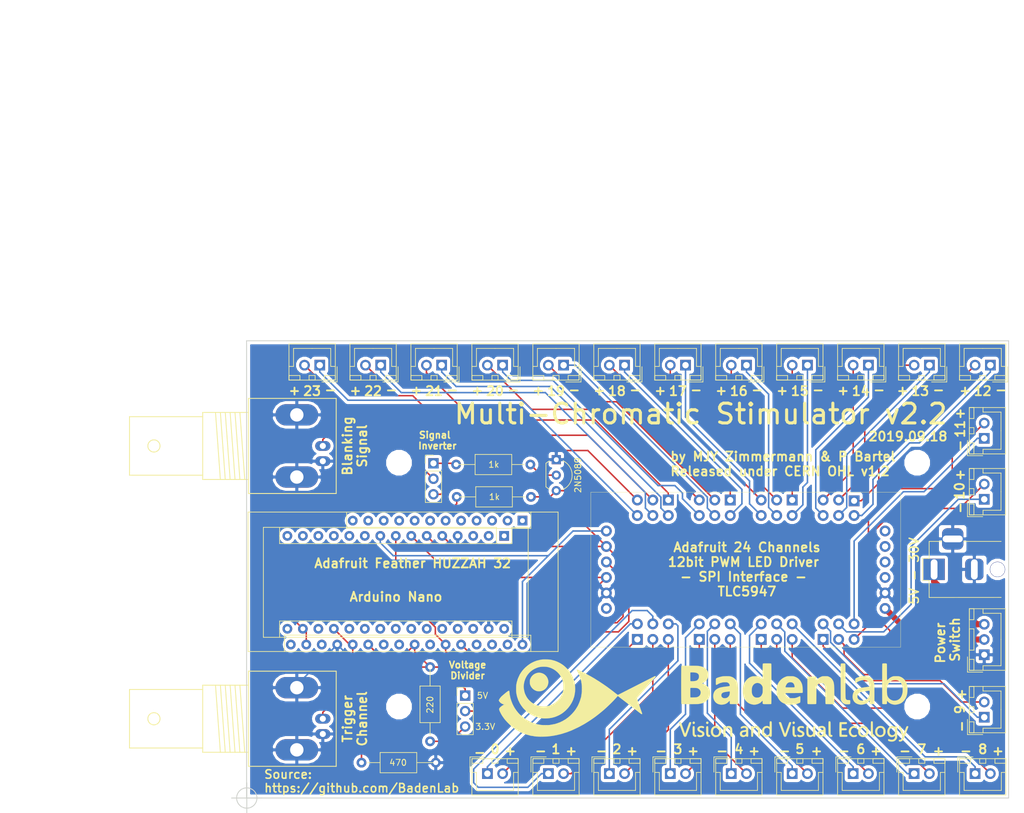
<source format=kicad_pcb>
(kicad_pcb (version 20171130) (host pcbnew "(5.0.0)")
  (layers (0 F.Cu signal) (31 B.Cu signal hide) (34 B.Paste user) (35 F.Paste user) (36 B.SilkS user) (37 F.SilkS user) (38 B.Mask user) (39 F.Mask user) (44 Edge.Cuts user))
  (net 0 "")
  (net 1 "Net-(A1-Pad17)")
  (net 2 "Net-(A1-Pad19)")
  (net 3 GNDREF)
  (net 4 "Net-(A1-Pad21)")
  (net 5 "Net-(A1-Pad22)")
  (net 6 "Net-(A1-Pad23)")
  (net 7 "Net-(A1-Pad24)")
  (net 8 "Net-(A1-Pad25)")
  (net 9 "Net-(A1-Pad26)")
  (net 10 "Net-(A1-Pad27)")
  (net 11 "Net-(A1-Pad28)")
  (net 12 "Net-(A1-Pad30)")
  (net 13 "Net-(A1-Pad16)")
  (net 14 "Net-(J1-Pad1)")
  (net 15 "Net-(J2-Pad1)")
  (net 16 "Net-(J3-Pad1)")
  (net 17 "Net-(J4-Pad1)")
  (net 18 "Net-(J5-Pad1)")
  (net 19 "Net-(J6-Pad1)")
  (net 20 "Net-(J7-Pad1)")
  (net 21 "Net-(J8-Pad1)")
  (net 22 "Net-(J9-Pad1)")
  (net 23 "Net-(J10-Pad1)")
  (net 24 "Net-(J11-Pad1)")
  (net 25 "Net-(J12-Pad1)")
  (net 26 "Net-(J13-Pad1)")
  (net 27 "Net-(J14-Pad1)")
  (net 28 "Net-(J15-Pad1)")
  (net 29 "Net-(J16-Pad1)")
  (net 30 "Net-(J17-Pad1)")
  (net 31 "Net-(J18-Pad1)")
  (net 32 "Net-(J19-Pad1)")
  (net 33 "Net-(J20-Pad1)")
  (net 34 "Net-(J21-Pad1)")
  (net 35 "Net-(J22-Pad1)")
  (net 36 "Net-(J23-Pad1)")
  (net 37 "Net-(J24-Pad1)")
  (net 38 "Net-(J25-Pad1)")
  (net 39 "Net-(Q1-Pad2)")
  (net 40 "Net-(A2-Pad20)")
  (module "" (layer F.Cu) (at 79.35 122.05)
    (fp_text reference "" (at 19.8 -10.65) (layer F.SilkS) (effects (font (size 1.27 1.27))))
    (fp_text value "" (at 19.8 -10.65) (layer F.SilkS) (effects (font (size 1.27 1.27))))
    (fp_text user 5V (at 19.35 -18.85) (layer F.SilkS))
  )
  (module "" (layer F.Cu) (at 19.8 -10.65)
    (fp_text reference "" (at 95.85 103.2) (layer F.SilkS) (effects (font (size 1.27 1.27))))
    (fp_text value "" (at 95.85 103.2) (layer F.SilkS) (effects (font (size 1.27 1.27))))
    (fp_text user 3.3V (at 79.35 118.95) (layer F.SilkS))
  )
  (module Connector_PinHeader_2.54mm:PinHeader_1x03_P2.54mm_Vertical (layer F.Cu) (at 95.85 103.2)
    (fp_text reference "" (at 0 -2.6) (layer F.SilkS))
    (fp_text value "")
    (pad 1 thru_hole rect (at 0 0) (size 1.7 1.7) (drill 1) (layers *.Cu *.Mask) (net 6 "Net-(A1-Pad23)"))
    (pad 2 thru_hole oval (at 0 2.54) (size 1.7 1.7) (drill 1) (layers *.Cu *.Mask) (net 6 "Net-(A1-Pad23)"))
    (pad 3 thru_hole oval (at 0 5.08) (size 1.7 1.7) (drill 1) (layers *.Cu *.Mask) (net 40 "Net-(A2-Pad20)"))
  )
  (module Maxime:R_Axial_DIN0309_L9.0mm_D3.2mm_P15.24mm_Horizontal (layer F.Cu) (at 106.55 65.3 180)
    (fp_text reference "" (at 11.43 -2.54 180) (layer F.SilkS))
    (fp_text value 1k (at 6 0 180) (layer F.SilkS))
    (pad 2 thru_hole oval (at 12.18 0 180) (size 1.6 1.6) (drill 0.8) (layers *.Cu *.Mask) (net 39 "Net-(Q1-Pad2)"))
    (pad 1 thru_hole circle (at 0 0 180) (size 1.6 1.6) (drill 0.8) (layers *.Cu *.Mask) (net 39 "Net-(Q1-Pad2)"))
  )
  (module Maxime:R_Axial_DIN0309_L9.0mm_D3.2mm_P15.24mm_Horizontal (layer F.Cu) (at 106.65 70.6 180)
    (fp_text reference "" (at 11.43 -2.54 180) (layer F.SilkS))
    (fp_text value 1k (at 6 0 180) (layer F.SilkS))
    (pad 2 thru_hole oval (at 12.18 0 180) (size 1.6 1.6) (drill 0.8) (layers *.Cu *.Mask) (net 13 "Net-(A1-Pad16)"))
    (pad 1 thru_hole circle (at 0 0 180) (size 1.6 1.6) (drill 0.8) (layers *.Cu *.Mask) (net 6 "Net-(A1-Pad23)"))
  )
  (module Package_TO_SOT_THT:TO-92L_Inline_Wide (layer F.Cu) (at 110.8 64.5 270)
    (fp_text reference 2N5089 (at 2.54 -3.56 270) (layer F.SilkS))
    (fp_text value "")
    (pad 1 thru_hole rect (at 0 0) (size 1.5 1.5) (drill 0.8) (layers *.Cu *.Mask) (net 3 GNDREF))
    (pad 3 thru_hole circle (at 5.08 0) (size 1.5 1.5) (drill 0.8) (layers *.Cu *.Mask) (net 6 "Net-(A1-Pad23)"))
    (pad 2 thru_hole circle (at 2.54 0) (size 1.5 1.5) (drill 0.8) (layers *.Cu *.Mask) (net 39 "Net-(Q1-Pad2)"))
  )
  (module Maxime:JST_XH_B02B-XH-A_02x2.50mm_Straight (layer F.Cu) (at 72 49 180)
    (fp_text reference "" (at -3.81 3.048 270) (layer F.SilkS))
    (fp_text value "" (at 2.772 -3.471 180) (layer F.SilkS))
    (pad 2 thru_hole circle (at 2.5 0 180) (size 1.75 1.75) (drill 1.05) (layers *.Cu *.Mask) (net 38 "Net-(J25-Pad1)"))
    (pad 1 thru_hole rect (at 0 0 180) (size 1.75 1.75) (drill 1.05) (layers *.Cu *.Mask) (net 37 "Net-(J24-Pad1)"))
  )
  (module Maxime:JST_XH_B02B-XH-A_02x2.50mm_Straight (layer F.Cu) (at 82 49 180)
    (fp_text reference "" (at -3.81 3.048 270) (layer F.SilkS))
    (fp_text value "" (at 2.772 -3.471 180) (layer F.SilkS))
    (pad 2 thru_hole circle (at 2.5 0 180) (size 1.75 1.75) (drill 1.05) (layers *.Cu *.Mask) (net 38 "Net-(J25-Pad1)"))
    (pad 1 thru_hole rect (at 0 0 180) (size 1.75 1.75) (drill 1.05) (layers *.Cu *.Mask) (net 36 "Net-(J23-Pad1)"))
  )
  (module Maxime:JST_XH_B02B-XH-A_02x2.50mm_Straight (layer F.Cu) (at 92 49 180)
    (fp_text reference "" (at -3.81 3.048 270) (layer F.SilkS))
    (fp_text value "" (at 2.772 -3.471 180) (layer F.SilkS))
    (pad 2 thru_hole circle (at 2.5 0 180) (size 1.75 1.75) (drill 1.05) (layers *.Cu *.Mask) (net 38 "Net-(J25-Pad1)"))
    (pad 1 thru_hole rect (at 0 0 180) (size 1.75 1.75) (drill 1.05) (layers *.Cu *.Mask) (net 35 "Net-(J22-Pad1)"))
  )
  (module Maxime:JST_XH_B02B-XH-A_02x2.50mm_Straight (layer F.Cu) (at 102 49 180)
    (fp_text reference "" (at -3.81 3.048 270) (layer F.SilkS))
    (fp_text value "" (at 2.772 -3.471 180) (layer F.SilkS))
    (pad 2 thru_hole circle (at 2.5 0 180) (size 1.75 1.75) (drill 1.05) (layers *.Cu *.Mask) (net 38 "Net-(J25-Pad1)"))
    (pad 1 thru_hole rect (at 0 0 180) (size 1.75 1.75) (drill 1.05) (layers *.Cu *.Mask) (net 34 "Net-(J21-Pad1)"))
  )
  (module Maxime:JST_XH_B02B-XH-A_02x2.50mm_Straight (layer F.Cu) (at 112 49 180)
    (fp_text reference "" (at -3.81 3.048 270) (layer F.SilkS))
    (fp_text value "" (at 2.772 -3.471 180) (layer F.SilkS))
    (pad 2 thru_hole circle (at 2.5 0 180) (size 1.75 1.75) (drill 1.05) (layers *.Cu *.Mask) (net 38 "Net-(J25-Pad1)"))
    (pad 1 thru_hole rect (at 0 0 180) (size 1.75 1.75) (drill 1.05) (layers *.Cu *.Mask) (net 33 "Net-(J20-Pad1)"))
  )
  (module Maxime:JST_XH_B02B-XH-A_02x2.50mm_Straight (layer F.Cu) (at 122 49 180)
    (fp_text reference "" (at -3.81 3.048 270) (layer F.SilkS))
    (fp_text value "" (at 2.772 -3.471 180) (layer F.SilkS))
    (pad 2 thru_hole circle (at 2.5 0 180) (size 1.75 1.75) (drill 1.05) (layers *.Cu *.Mask) (net 38 "Net-(J25-Pad1)"))
    (pad 1 thru_hole rect (at 0 0 180) (size 1.75 1.75) (drill 1.05) (layers *.Cu *.Mask) (net 32 "Net-(J19-Pad1)"))
  )
  (module Maxime:JST_XH_B02B-XH-A_02x2.50mm_Straight (layer F.Cu) (at 132 49 180)
    (fp_text reference "" (at -3.81 3.048 270) (layer F.SilkS))
    (fp_text value "" (at 2.772 -3.471 180) (layer F.SilkS))
    (pad 2 thru_hole circle (at 2.5 0 180) (size 1.75 1.75) (drill 1.05) (layers *.Cu *.Mask) (net 38 "Net-(J25-Pad1)"))
    (pad 1 thru_hole rect (at 0 0 180) (size 1.75 1.75) (drill 1.05) (layers *.Cu *.Mask) (net 31 "Net-(J18-Pad1)"))
  )
  (module Maxime:JST_XH_B02B-XH-A_02x2.50mm_Straight (layer F.Cu) (at 142 49 180)
    (fp_text reference "" (at -3.81 3.048 270) (layer F.SilkS))
    (fp_text value "" (at 2.772 -3.471 180) (layer F.SilkS))
    (pad 2 thru_hole circle (at 2.5 0 180) (size 1.75 1.75) (drill 1.05) (layers *.Cu *.Mask) (net 38 "Net-(J25-Pad1)"))
    (pad 1 thru_hole rect (at 0 0 180) (size 1.75 1.75) (drill 1.05) (layers *.Cu *.Mask) (net 30 "Net-(J17-Pad1)"))
  )
  (module Maxime:JST_XH_B02B-XH-A_02x2.50mm_Straight (layer F.Cu) (at 152 49 180)
    (fp_text reference "" (at -3.81 3.048 270) (layer F.SilkS))
    (fp_text value "" (at 2.772 -3.471 180) (layer F.SilkS))
    (pad 2 thru_hole circle (at 2.5 0 180) (size 1.75 1.75) (drill 1.05) (layers *.Cu *.Mask) (net 38 "Net-(J25-Pad1)"))
    (pad 1 thru_hole rect (at 0 0 180) (size 1.75 1.75) (drill 1.05) (layers *.Cu *.Mask) (net 29 "Net-(J16-Pad1)"))
  )
  (module Maxime:JST_XH_B02B-XH-A_02x2.50mm_Straight (layer F.Cu) (at 162 49 180)
    (fp_text reference "" (at -3.81 3.048 270) (layer F.SilkS))
    (fp_text value "" (at 2.772 -3.471 180) (layer F.SilkS))
    (pad 2 thru_hole circle (at 2.5 0 180) (size 1.75 1.75) (drill 1.05) (layers *.Cu *.Mask) (net 38 "Net-(J25-Pad1)"))
    (pad 1 thru_hole rect (at 0 0 180) (size 1.75 1.75) (drill 1.05) (layers *.Cu *.Mask) (net 28 "Net-(J15-Pad1)"))
  )
  (module Maxime:JST_XH_B02B-XH-A_02x2.50mm_Straight (layer F.Cu) (at 172 49 180)
    (fp_text reference "" (at -3.81 3.048 270) (layer F.SilkS))
    (fp_text value "" (at 2.772 -3.471 180) (layer F.SilkS))
    (pad 2 thru_hole circle (at 2.5 0 180) (size 1.75 1.75) (drill 1.05) (layers *.Cu *.Mask) (net 38 "Net-(J25-Pad1)"))
    (pad 1 thru_hole rect (at 0 0 180) (size 1.75 1.75) (drill 1.05) (layers *.Cu *.Mask) (net 27 "Net-(J14-Pad1)"))
  )
  (module Maxime:JST_XH_B02B-XH-A_02x2.50mm_Straight (layer F.Cu) (at 182 49 180)
    (fp_text reference "" (at -3.81 3.048 270) (layer F.SilkS))
    (fp_text value "" (at 2.772 -3.471 180) (layer F.SilkS))
    (pad 2 thru_hole circle (at 2.5 0 180) (size 1.75 1.75) (drill 1.05) (layers *.Cu *.Mask) (net 38 "Net-(J25-Pad1)"))
    (pad 1 thru_hole rect (at 0 0 180) (size 1.75 1.75) (drill 1.05) (layers *.Cu *.Mask) (net 26 "Net-(J13-Pad1)"))
  )
  (module Maxime:JST_XH_B02B-XH-A_02x2.50mm_Straight (layer F.Cu) (at 181 61 90)
    (fp_text reference "" (at -3.81 3.048 180) (layer F.SilkS))
    (fp_text value "" (at 2.772 -3.471 90) (layer F.SilkS))
    (pad 1 thru_hole rect (at 0 0 90) (size 1.75 1.75) (drill 1.05) (layers *.Cu *.Mask) (net 25 "Net-(J12-Pad1)"))
    (pad 2 thru_hole circle (at 2.5 0 90) (size 1.75 1.75) (drill 1.05) (layers *.Cu *.Mask) (net 38 "Net-(J25-Pad1)"))
  )
  (module Maxime:JST_XH_B02B-XH-A_02x2.50mm_Straight (layer F.Cu) (at 181 71 90)
    (fp_text reference "" (at -3.81 3.048 180) (layer F.SilkS))
    (fp_text value "" (at 2.772 -3.471 90) (layer F.SilkS))
    (pad 1 thru_hole rect (at 0 0 90) (size 1.75 1.75) (drill 1.05) (layers *.Cu *.Mask) (net 24 "Net-(J11-Pad1)"))
    (pad 2 thru_hole circle (at 2.5 0 90) (size 1.75 1.75) (drill 1.05) (layers *.Cu *.Mask) (net 38 "Net-(J25-Pad1)"))
  )
  (module Maxime:JST_XH_B02B-XH-A_02x2.50mm_Straight (layer F.Cu) (at 181 106.75 90)
    (fp_text reference "" (at -3.81 3.048 180) (layer F.SilkS))
    (fp_text value "" (at 2.772 -3.471 90) (layer F.SilkS))
    (pad 1 thru_hole rect (at 0 0 90) (size 1.75 1.75) (drill 1.05) (layers *.Cu *.Mask) (net 23 "Net-(J10-Pad1)"))
    (pad 2 thru_hole circle (at 2.5 0 90) (size 1.75 1.75) (drill 1.05) (layers *.Cu *.Mask) (net 38 "Net-(J25-Pad1)"))
  )
  (module Maxime:JST_XH_B02B-XH-A_02x2.50mm_Straight (layer F.Cu) (at 179.5 116)
    (fp_text reference "" (at -3.81 3.048 90) (layer F.SilkS))
    (fp_text value "" (at 2.772 -3.471) (layer F.SilkS))
    (pad 2 thru_hole circle (at 2.5 0) (size 1.75 1.75) (drill 1.05) (layers *.Cu *.Mask) (net 38 "Net-(J25-Pad1)"))
    (pad 1 thru_hole rect (at 0 0) (size 1.75 1.75) (drill 1.05) (layers *.Cu *.Mask) (net 22 "Net-(J9-Pad1)"))
  )
  (module Maxime:JST_XH_B02B-XH-A_02x2.50mm_Straight (layer F.Cu) (at 169.5 116)
    (fp_text reference "" (at -3.81 3.048 90) (layer F.SilkS))
    (fp_text value "" (at 2.772 -3.471) (layer F.SilkS))
    (pad 2 thru_hole circle (at 2.5 0) (size 1.75 1.75) (drill 1.05) (layers *.Cu *.Mask) (net 38 "Net-(J25-Pad1)"))
    (pad 1 thru_hole rect (at 0 0) (size 1.75 1.75) (drill 1.05) (layers *.Cu *.Mask) (net 21 "Net-(J8-Pad1)"))
  )
  (module Maxime:JST_XH_B02B-XH-A_02x2.50mm_Straight (layer F.Cu) (at 159.5 116)
    (fp_text reference "" (at -3.81 3.048 90) (layer F.SilkS))
    (fp_text value "" (at 2.772 -3.471) (layer F.SilkS))
    (pad 2 thru_hole circle (at 2.5 0) (size 1.75 1.75) (drill 1.05) (layers *.Cu *.Mask) (net 38 "Net-(J25-Pad1)"))
    (pad 1 thru_hole rect (at 0 0) (size 1.75 1.75) (drill 1.05) (layers *.Cu *.Mask) (net 20 "Net-(J7-Pad1)"))
  )
  (module Maxime:JST_XH_B02B-XH-A_02x2.50mm_Straight (layer F.Cu) (at 149.5 116)
    (fp_text reference "" (at -3.81 3.048 90) (layer F.SilkS))
    (fp_text value "" (at 2.772 -3.471) (layer F.SilkS))
    (pad 2 thru_hole circle (at 2.5 0) (size 1.75 1.75) (drill 1.05) (layers *.Cu *.Mask) (net 38 "Net-(J25-Pad1)"))
    (pad 1 thru_hole rect (at 0 0) (size 1.75 1.75) (drill 1.05) (layers *.Cu *.Mask) (net 19 "Net-(J6-Pad1)"))
  )
  (module Maxime:JST_XH_B02B-XH-A_02x2.50mm_Straight (layer F.Cu) (at 139.5 116)
    (fp_text reference "" (at -3.81 3.048 90) (layer F.SilkS))
    (fp_text value "" (at 2.772 -3.471) (layer F.SilkS))
    (pad 2 thru_hole circle (at 2.5 0) (size 1.75 1.75) (drill 1.05) (layers *.Cu *.Mask) (net 38 "Net-(J25-Pad1)"))
    (pad 1 thru_hole rect (at 0 0) (size 1.75 1.75) (drill 1.05) (layers *.Cu *.Mask) (net 18 "Net-(J5-Pad1)"))
  )
  (module Maxime:JST_XH_B02B-XH-A_02x2.50mm_Straight (layer F.Cu) (at 129.5 116)
    (fp_text reference "" (at -3.81 3.048 90) (layer F.SilkS))
    (fp_text value "" (at 2.772 -3.471) (layer F.SilkS))
    (pad 2 thru_hole circle (at 2.5 0) (size 1.75 1.75) (drill 1.05) (layers *.Cu *.Mask) (net 38 "Net-(J25-Pad1)"))
    (pad 1 thru_hole rect (at 0 0) (size 1.75 1.75) (drill 1.05) (layers *.Cu *.Mask) (net 17 "Net-(J4-Pad1)"))
  )
  (module Maxime:JST_XH_B02B-XH-A_02x2.50mm_Straight (layer F.Cu) (at 119.5 116)
    (fp_text reference "" (at -3.81 3.048 90) (layer F.SilkS))
    (fp_text value "" (at 2.772 -3.471) (layer F.SilkS))
    (pad 2 thru_hole circle (at 2.5 0) (size 1.75 1.75) (drill 1.05) (layers *.Cu *.Mask) (net 38 "Net-(J25-Pad1)"))
    (pad 1 thru_hole rect (at 0 0) (size 1.75 1.75) (drill 1.05) (layers *.Cu *.Mask) (net 16 "Net-(J3-Pad1)"))
  )
  (module Maxime:JST_XH_B02B-XH-A_02x2.50mm_Straight (layer F.Cu) (at 109.5 116)
    (fp_text reference "" (at -3.81 3.048 90) (layer F.SilkS))
    (fp_text value "" (at 2.772 -3.471) (layer F.SilkS))
    (pad 2 thru_hole circle (at 2.5 0) (size 1.75 1.75) (drill 1.05) (layers *.Cu *.Mask) (net 38 "Net-(J25-Pad1)"))
    (pad 1 thru_hole rect (at 0 0) (size 1.75 1.75) (drill 1.05) (layers *.Cu *.Mask) (net 15 "Net-(J2-Pad1)"))
  )
  (module "Maxime:new_logo 1000" (layer F.Cu) (at 135.35 104.55)
    (fp_text reference "" hide)
    (fp_text value "" hide)
  )
  (module Maxime:JST_XH_B02B-XH-A_02x2.50mm_Straight (layer F.Cu) (at 99.5 116)
    (fp_text reference "" (at -3.81 3.048 90) (layer F.SilkS))
    (fp_text value "" (at 2.772 -3.471) (layer F.SilkS))
    (pad 1 thru_hole rect (at 0 0) (size 1.75 1.75) (drill 1.05) (layers *.Cu *.Mask) (net 14 "Net-(J1-Pad1)"))
    (pad 2 thru_hole circle (at 2.5 0) (size 1.75 1.75) (drill 1.05) (layers *.Cu *.Mask) (net 38 "Net-(J25-Pad1)"))
  )
  (module Maxime:R_Axial_DIN0309_L9.0mm_D3.2mm_P15.24mm_Horizontal (layer F.Cu) (at 78.85 114.2)
    (fp_text reference "" (at 11.43 -2.54) (layer F.SilkS))
    (fp_text value 470 (at 6 0) (layer F.SilkS))
    (pad 2 thru_hole oval (at 12.18 0) (size 1.6 1.6) (drill 0.8) (layers *.Cu *.Mask) (net 3 GNDREF))
    (pad 1 thru_hole circle (at 0 0) (size 1.6 1.6) (drill 0.8) (layers *.Cu *.Mask) (net 6 "Net-(A1-Pad23)"))
  )
  (module "Maxime:Adafruit Huzzah 32" (layer F.Cu) (at 63.75 73 270)
    (fp_text reference "" (at 9.12 -48.49 270) (layer F.SilkS))
    (fp_text value "" (at 10.15 -24.285) (layer F.SilkS))
    (pad SDA/23 thru_hole rect (at 1.5 -41.5 270) (size 1.6 1.6) (drill 0.8) (layers *.Cu *.Mask))
    (pad NC thru_hole oval (at 21.83 -8.58 270) (size 1.6 1.6) (drill 0.8) (layers *.Cu *.Mask) (net 1 "Net-(A1-Pad17)"))
    (pad SCL/22 thru_hole oval (at 1.5 -39.06 270) (size 1.6 1.6) (drill 0.8) (layers *.Cu *.Mask))
    (pad 18 thru_hole oval (at 21.83 -11.12 270) (size 1.6 1.6) (drill 0.8) (layers *.Cu *.Mask) (net 3 GNDREF))
    (pad 14/A6 thru_hole oval (at 1.5 -36.52 270) (size 1.6 1.6) (drill 0.8) (layers *.Cu *.Mask))
    (pad A0/26 thru_hole oval (at 21.83 -13.66 270) (size 1.6 1.6) (drill 0.8) (layers *.Cu *.Mask) (net 2 "Net-(A1-Pad19)"))
    (pad 32/A7 thru_hole oval (at 1.5 -33.98 270) (size 1.6 1.6) (drill 0.8) (layers *.Cu *.Mask))
    (pad A1/25 thru_hole oval (at 21.83 -16.2 270) (size 1.6 1.6) (drill 0.8) (layers *.Cu *.Mask) (net 6 "Net-(A1-Pad23)"))
    (pad 15/A8 thru_hole oval (at 1.5 -31.44 270) (size 1.6 1.6) (drill 0.8) (layers *.Cu *.Mask))
    (pad A2/34 thru_hole oval (at 21.83 -18.74 270) (size 1.6 1.6) (drill 0.8) (layers *.Cu *.Mask) (net 4 "Net-(A1-Pad21)"))
    (pad 33/A9 thru_hole oval (at 1.5 -28.9 270) (size 1.6 1.6) (drill 0.8) (layers *.Cu *.Mask))
    (pad A3/39 thru_hole oval (at 21.83 -21.28 270) (size 1.6 1.6) (drill 0.8) (layers *.Cu *.Mask) (net 5 "Net-(A1-Pad22)"))
    (pad 27/A10 thru_hole oval (at 1.5 -26.36 270) (size 1.6 1.6) (drill 0.8) (layers *.Cu *.Mask))
    (pad A4/36 thru_hole oval (at 21.83 -23.82 270) (size 1.6 1.6) (drill 0.8) (layers *.Cu *.Mask) (net 6 "Net-(A1-Pad23)"))
    (pad 12/A11 thru_hole oval (at 1.5 -23.82 270) (size 1.6 1.6) (drill 0.8) (layers *.Cu *.Mask))
    (pad A5/4 thru_hole oval (at 21.83 -26.36 270) (size 1.6 1.6) (drill 0.8) (layers *.Cu *.Mask) (net 7 "Net-(A1-Pad24)"))
    (pad 13/A12 thru_hole oval (at 1.5 -21.28 270) (size 1.6 1.6) (drill 0.8) (layers *.Cu *.Mask))
    (pad SCK/5 thru_hole oval (at 21.83 -28.9 270) (size 1.6 1.6) (drill 0.8) (layers *.Cu *.Mask) (net 8 "Net-(A1-Pad25)"))
    (pad USB thru_hole oval (at 1.5 -18.74 270) (size 1.6 1.6) (drill 0.8) (layers *.Cu *.Mask))
    (pad MOSI/18 thru_hole oval (at 21.83 -31.44 270) (size 1.6 1.6) (drill 0.8) (layers *.Cu *.Mask) (net 9 "Net-(A1-Pad26)"))
    (pad En thru_hole oval (at 1.5 -16.2 270) (size 1.6 1.6) (drill 0.8) (layers *.Cu *.Mask))
    (pad MISO/19 thru_hole oval (at 21.83 -33.98 270) (size 1.6 1.6) (drill 0.8) (layers *.Cu *.Mask) (net 10 "Net-(A1-Pad27)"))
    (pad BAT thru_hole oval (at 1.5 -13.66 270) (size 1.6 1.6) (drill 0.8) (layers *.Cu *.Mask))
    (pad RX/16 thru_hole oval (at 21.83 -36.52 270) (size 1.6 1.6) (drill 0.8) (layers *.Cu *.Mask) (net 11 "Net-(A1-Pad28)"))
    (pad TX/17 thru_hole oval (at 21.83 -39.06 270) (size 1.6 1.6) (drill 0.8) (layers *.Cu *.Mask))
    (pad 21 thru_hole oval (at 21.83 -41.5 270) (size 1.6 1.6) (drill 0.8) (layers *.Cu *.Mask) (net 12 "Net-(A1-Pad30)"))
    (pad 3V thru_hole oval (at 21.83 -6.04 270) (size 1.6 1.6) (drill 0.8) (layers *.Cu *.Mask) (net 13 "Net-(A1-Pad16)"))
    (pad RST thru_hole oval (at 21.83 -3.5 270) (size 1.6 1.6) (drill 0.8) (layers *.Cu *.Mask))
  )
  (module MountingHole:MountingHole_3.2mm_M3_DIN965 (layer F.Cu) (at 85 65)
    (fp_text reference "" (at 0 -3.8) (layer F.SilkS))
    (fp_text value "")
    (pad 1 np_thru_hole circle (at 0 0) (size 3.2 3.2) (drill 3.2) (layers *.Cu *.Mask))
  )
  (module MountingHole:MountingHole_3.2mm_M3_DIN965 (layer F.Cu) (at 85 105)
    (fp_text reference "" (at 0 -3.8) (layer F.SilkS))
    (fp_text value "")
    (pad 1 np_thru_hole circle (at 0 0) (size 3.2 3.2) (drill 3.2) (layers *.Cu *.Mask))
  )
  (module MountingHole:MountingHole_3.2mm_M3_DIN965 (layer F.Cu) (at 170 105 90)
    (fp_text reference "" (at 0 -3.8 90) (layer F.SilkS))
    (fp_text value "")
    (pad 1 np_thru_hole circle (at 0 0 90) (size 3.2 3.2) (drill 3.2) (layers *.Cu *.Mask))
  )
  (module Maxime:Maxi_TLC5947 (layer F.Cu) (at 141.875 82.55 90)
    (fp_text reference "")
    (fp_text value "")
    (pad 25 thru_hole circle (at 8.89 -7.62 90) (size 1.778 1.778) (drill 1) (layers *.Cu *.Mask) (net 34 "Net-(J21-Pad1)"))
    (pad "" thru_hole circle (at 11.43 -7.62 90) (size 1.778 1.778) (drill 1) (layers *.Cu *.Mask) (net 38 "Net-(J25-Pad1)"))
    (pad 26 thru_hole circle (at 8.89 -12.7 90) (size 1.778 1.778) (drill 1) (layers *.Cu *.Mask) (net 35 "Net-(J22-Pad1)"))
    (pad "" thru_hole circle (at 11.43 -15.24 90) (size 1.778 1.778) (drill 1) (layers *.Cu *.Mask) (net 38 "Net-(J25-Pad1)"))
    (pad 27 thru_hole circle (at 8.89 -15.24 90) (size 1.778 1.778) (drill 1) (layers *.Cu *.Mask) (net 36 "Net-(J23-Pad1)"))
    (pad "" thru_hole circle (at 11.43 -17.78 90) (size 1.778 1.778) (drill 1) (layers *.Cu *.Mask) (net 38 "Net-(J25-Pad1)"))
    (pad 28 thru_hole circle (at 8.89 -17.78 90) (size 1.778 1.778) (drill 1) (layers *.Cu *.Mask) (net 37 "Net-(J24-Pad1)"))
    (pad "" thru_hole circle (at 11.43 -5.08 90) (size 1.778 1.778) (drill 1) (layers *.Cu *.Mask) (net 38 "Net-(J25-Pad1)"))
    (pad 24 thru_hole circle (at 8.89 -5.08 90) (size 1.778 1.778) (drill 1) (layers *.Cu *.Mask) (net 33 "Net-(J20-Pad1)"))
    (pad 23 thru_hole circle (at 8.89 -2.54 90) (size 1.778 1.778) (drill 1) (layers *.Cu *.Mask) (net 32 "Net-(J19-Pad1)"))
    (pad "" thru_hole circle (at 11.43 5.08 90) (size 1.778 1.778) (drill 1) (layers *.Cu *.Mask) (net 38 "Net-(J25-Pad1)"))
    (pad "" thru_hole circle (at 11.43 2.54 90) (size 1.778 1.778) (drill 1) (layers *.Cu *.Mask) (net 38 "Net-(J25-Pad1)"))
    (pad 22 thru_hole circle (at 8.89 2.54 90) (size 1.778 1.778) (drill 1) (layers *.Cu *.Mask) (net 31 "Net-(J18-Pad1)"))
    (pad 21 thru_hole circle (at 8.89 5.08 90) (size 1.778 1.778) (drill 1) (layers *.Cu *.Mask) (net 30 "Net-(J17-Pad1)"))
    (pad 20 thru_hole circle (at 8.89 7.62 90) (size 1.778 1.778) (drill 1) (layers *.Cu *.Mask) (net 29 "Net-(J16-Pad1)"))
    (pad 19 thru_hole circle (at 8.89 12.7 90) (size 1.778 1.778) (drill 1) (layers *.Cu *.Mask) (net 28 "Net-(J15-Pad1)"))
    (pad "" thru_hole circle (at 11.43 12.7 90) (size 1.778 1.778) (drill 1) (layers *.Cu *.Mask) (net 38 "Net-(J25-Pad1)"))
    (pad "" thru_hole circle (at 11.43 15.24 90) (size 1.778 1.778) (drill 1) (layers *.Cu *.Mask) (net 38 "Net-(J25-Pad1)"))
    (pad 18 thru_hole circle (at 8.89 15.24 90) (size 1.778 1.778) (drill 1) (layers *.Cu *.Mask) (net 27 "Net-(J14-Pad1)"))
    (pad 17 thru_hole circle (at 8.89 17.78 90) (size 1.778 1.778) (drill 1) (layers *.Cu *.Mask) (net 26 "Net-(J13-Pad1)"))
    (pad 16 thru_hole circle (at -8.89 17.78 90) (size 1.778 1.778) (drill 1) (layers *.Cu *.Mask) (net 25 "Net-(J12-Pad1)"))
    (pad "" thru_hole circle (at -11.43 17.78 90) (size 1.778 1.778) (drill 1) (layers *.Cu *.Mask) (net 38 "Net-(J25-Pad1)"))
    (pad "" thru_hole circle (at -11.43 15.24 90) (size 1.778 1.778) (drill 1) (layers *.Cu *.Mask) (net 38 "Net-(J25-Pad1)"))
    (pad 15 thru_hole circle (at -8.89 15.24 90) (size 1.778 1.778) (drill 1) (layers *.Cu *.Mask) (net 24 "Net-(J11-Pad1)"))
    (pad 14 thru_hole circle (at -8.89 12.7 90) (size 1.778 1.778) (drill 1) (layers *.Cu *.Mask) (net 23 "Net-(J10-Pad1)"))
    (pad "" thru_hole circle (at -11.43 7.62 90) (size 1.778 1.778) (drill 1) (layers *.Cu *.Mask) (net 38 "Net-(J25-Pad1)"))
    (pad "" thru_hole circle (at -11.43 5.08 90) (size 1.778 1.778) (drill 1) (layers *.Cu *.Mask) (net 38 "Net-(J25-Pad1)"))
    (pad 13 thru_hole circle (at -8.89 7.62 90) (size 1.778 1.778) (drill 1) (layers *.Cu *.Mask) (net 22 "Net-(J9-Pad1)"))
    (pad 12 thru_hole circle (at -8.89 5.08 90) (size 1.778 1.778) (drill 1) (layers *.Cu *.Mask) (net 21 "Net-(J8-Pad1)"))
    (pad 11 thru_hole circle (at -8.89 2.54 90) (size 1.778 1.778) (drill 1) (layers *.Cu *.Mask) (net 20 "Net-(J7-Pad1)"))
    (pad "" thru_hole rect (at 11.43 -12.7 90) (size 1.778 1.778) (drill 1) (layers *.Cu *.Mask) (net 38 "Net-(J25-Pad1)"))
    (pad "" thru_hole rect (at 11.43 -2.54 90) (size 1.778 1.778) (drill 1) (layers *.Cu *.Mask) (net 38 "Net-(J25-Pad1)"))
    (pad "" thru_hole rect (at 11.43 7.62 90) (size 1.778 1.778) (drill 1) (layers *.Cu *.Mask) (net 38 "Net-(J25-Pad1)"))
    (pad "" thru_hole rect (at 11.3 17.78 90) (size 1.778 1.778) (drill 1) (layers *.Cu *.Mask) (net 38 "Net-(J25-Pad1)"))
    (pad "" thru_hole rect (at -11.43 12.7 90) (size 1.778 1.778) (drill 1) (layers *.Cu *.Mask) (net 38 "Net-(J25-Pad1)"))
    (pad "" thru_hole rect (at -11.43 2.54 90) (size 1.778 1.778) (drill 1) (layers *.Cu *.Mask) (net 38 "Net-(J25-Pad1)"))
    (pad "" thru_hole circle (at -11.43 -2.54 90) (size 1.778 1.778) (drill 1) (layers *.Cu *.Mask) (net 38 "Net-(J25-Pad1)"))
    (pad "" thru_hole circle (at -11.43 -5.08 90) (size 1.778 1.778) (drill 1) (layers *.Cu *.Mask) (net 38 "Net-(J25-Pad1)"))
    (pad "" thru_hole rect (at -11.43 -7.62 90) (size 1.778 1.778) (drill 1) (layers *.Cu *.Mask) (net 38 "Net-(J25-Pad1)"))
    (pad 10 thru_hole circle (at -8.89 -2.54 90) (size 1.778 1.778) (drill 1) (layers *.Cu *.Mask) (net 19 "Net-(J6-Pad1)"))
    (pad 9 thru_hole circle (at -8.89 -5.08 90) (size 1.778 1.778) (drill 1) (layers *.Cu *.Mask) (net 18 "Net-(J5-Pad1)"))
    (pad 8 thru_hole circle (at -8.89 -7.62 90) (size 1.778 1.778) (drill 1) (layers *.Cu *.Mask) (net 17 "Net-(J4-Pad1)"))
    (pad "" thru_hole circle (at -11.43 -12.7 90) (size 1.778 1.778) (drill 1) (layers *.Cu *.Mask) (net 38 "Net-(J25-Pad1)"))
    (pad "" thru_hole circle (at -11.43 -15.24 90) (size 1.778 1.778) (drill 1) (layers *.Cu *.Mask) (net 38 "Net-(J25-Pad1)"))
    (pad "" thru_hole rect (at -11.43 -17.78 90) (size 1.778 1.778) (drill 1) (layers *.Cu *.Mask) (net 38 "Net-(J25-Pad1)"))
    (pad 7 thru_hole circle (at -8.89 -12.7 90) (size 1.778 1.778) (drill 1) (layers *.Cu *.Mask) (net 16 "Net-(J3-Pad1)"))
    (pad 6 thru_hole circle (at -8.89 -15.24 90) (size 1.778 1.778) (drill 1) (layers *.Cu *.Mask) (net 15 "Net-(J2-Pad1)"))
    (pad 5 thru_hole circle (at -8.89 -17.78 90) (size 1.778 1.778) (drill 1) (layers *.Cu *.Mask) (net 14 "Net-(J1-Pad1)"))
    (pad 30 thru_hole circle (at 6.35 -22.86 270) (size 1.778 1.778) (drill 1.016) (layers *.Cu *.Mask) (net 12 "Net-(A1-Pad30)"))
    (pad 2 thru_hole circle (at 3.81 -22.86 180) (size 1.778 1.778) (drill 1.016) (layers *.Cu *.Mask) (net 6 "Net-(A1-Pad23)"))
    (pad 3 thru_hole circle (at 1.27 -22.86 180) (size 1.778 1.778) (drill 1.016) (layers *.Cu *.Mask) (net 8 "Net-(A1-Pad25)"))
    (pad 4 thru_hole circle (at -1.27 -22.86 180) (size 1.778 1.778) (drill 1.016) (layers *.Cu *.Mask) (net 9 "Net-(A1-Pad26)"))
    (pad 1 thru_hole circle (at -3.82 -22.86 180) (size 1.778 1.778) (drill 1.016) (layers *.Cu *.Mask) (net 3 GNDREF))
    (pad 32 thru_hole circle (at -6.34 -22.86 180) (size 1.778 1.778) (drill 1.016) (layers *.Cu *.Mask) (net 38 "Net-(J25-Pad1)"))
    (pad 32 thru_hole circle (at -6.35 22.86 180) (size 1.778 1.778) (drill 1.016) (layers *.Cu *.Mask) (net 38 "Net-(J25-Pad1)"))
    (pad "" thru_hole circle (at -3.81 22.86 180) (size 1.778 1.778) (drill 1.016) (layers *.Cu *.Mask) (net 3 GNDREF))
    (pad "" thru_hole circle (at -1.27 22.86 180) (size 1.778 1.778) (drill 1.016) (layers *.Cu *.Mask))
    (pad "" thru_hole circle (at 1.27 22.86 180) (size 1.778 1.778) (drill 1.016) (layers *.Cu *.Mask))
    (pad "" thru_hole circle (at 3.81 22.86 180) (size 1.778 1.778) (drill 1.016) (layers *.Cu *.Mask))
    (pad "" thru_hole circle (at 6.35 22.86 180) (size 1.778 1.778) (drill 1.016) (layers *.Cu *.Mask))
  )
  (module Maxime:BNC_Socket_TYCO-AMP_LargePads (layer F.Cu) (at 67.5 62.25 90)
    (fp_text reference "" (at 0.508 9.652 90) (layer F.SilkS))
    (fp_text value "" (at -5.5 -6 90) (layer F.SilkS))
    (pad 2 thru_hole oval (at -2.49936 5.00126 90) (size 1.6002 2.49936) (drill 1.00076) (layers *.Cu *.Mask) (net 3 GNDREF))
    (pad 1 thru_hole oval (at 0 5.00126 90) (size 1.6002 2.49936) (drill 1.00076) (layers *.Cu *.Mask) (net 6 "Net-(A1-Pad23)"))
    (pad 2 thru_hole oval (at 5.10032 0.7366 90) (size 3.50012 7.00024) (drill 2.19964) (layers *.Cu *.Mask) (net 3 GNDREF))
    (pad 2 thru_hole oval (at -5.09778 0.7366 90) (size 3.50012 7.00024) (drill 2.19964) (layers *.Cu *.Mask) (net 3 GNDREF))
  )
  (module Maxime:BarrelJack_Horizontal_maxime (layer F.Cu) (at 187.275 82.5 180)
    (fp_text reference J2 hide)
    (fp_text value "5V - 30V" (at 17.775 -0.25 90) (layer F.SilkS) (effects (font (size 1.5 1.5) (thickness 0.25))))
    (pad 4 thru_hole circle (at 4.1 0 180) (size 2.5 2.5) (drill 2.4) (layers *.Cu *.Mask))
    (pad 1 thru_hole rect (at 14.5 0 180) (size 3.5 3.5) (drill oval 1.1 3.3) (layers *.Cu *.Mask) (net 15 "Net-(J2-Pad1)"))
    (pad 2 thru_hole roundrect (at 7.9 0 180) (size 3 3.5) (drill oval 1.1 3.3) (layers *.Cu *.Mask) (net 3 GNDREF))
    (pad 3 thru_hole roundrect (at 11.45 5 180) (size 3.5 3.5) (drill oval 3.3 1.1) (layers *.Cu *.Mask) (net 3 GNDREF))
  )
  (module Maxime:BNC_Socket_TYCO-AMP_LargePads (layer F.Cu) (at 67.5 107 90)
    (fp_text reference "" (at 0.508 9.652 90) (layer F.SilkS))
    (fp_text value "" (at -5.5 -6 90) (layer F.SilkS))
    (pad 2 thru_hole oval (at -5.09778 0.7366 90) (size 3.50012 7.00024) (drill 2.19964) (layers *.Cu *.Mask) (net 3 GNDREF))
    (pad 2 thru_hole oval (at 5.10032 0.7366 90) (size 3.50012 7.00024) (drill 2.19964) (layers *.Cu *.Mask) (net 3 GNDREF))
    (pad 1 thru_hole oval (at 0 5.00126 90) (size 1.6002 2.49936) (drill 1.00076) (layers *.Cu *.Mask) (net 2 "Net-(A1-Pad19)"))
    (pad 2 thru_hole oval (at -2.49936 5.00126 90) (size 1.6002 2.49936) (drill 1.00076) (layers *.Cu *.Mask) (net 3 GNDREF))
  )
  (module MountingHole:MountingHole_3.2mm_M3_DIN965 (layer F.Cu) (at 170 65)
    (fp_text reference "" (at 0 -3.8) (layer F.SilkS))
    (fp_text value "")
    (pad 1 np_thru_hole circle (at 0 0) (size 3.2 3.2) (drill 3.2) (layers *.Cu *.Mask))
  )
  (module Module:Arduino_Nano (layer F.Cu) (at 102.25 77 270)
    (fp_text reference "" (at 7.62 -5.08 270) (layer F.SilkS))
    (fp_text value "Arduino Nano" (at 10 17.75) (layer F.SilkS) (effects (font (size 1.5 1.5) (thickness 0.3))))
    (pad D13 thru_hole oval (at 15.24 35.56 270) (size 1.6 1.6) (drill 0.8) (layers *.Cu *.Mask))
    (pad D12 thru_hole oval (at 0 35.56 270) (size 1.6 1.6) (drill 0.8) (layers *.Cu *.Mask))
    (pad Vin thru_hole oval (at 15.24 0 270) (size 1.6 1.6) (drill 0.8) (layers *.Cu *.Mask))
    (pad D11 thru_hole oval (at 0 33.02 270) (size 1.6 1.6) (drill 0.8) (layers *.Cu *.Mask))
    (pad GND thru_hole oval (at 15.24 2.54 270) (size 1.6 1.6) (drill 0.8) (layers *.Cu *.Mask) (net 3 GNDREF))
    (pad D10 thru_hole oval (at 0 30.48 270) (size 1.6 1.6) (drill 0.8) (layers *.Cu *.Mask))
    (pad RST thru_hole oval (at 15.24 5.08 270) (size 1.6 1.6) (drill 0.8) (layers *.Cu *.Mask))
    (pad D9 thru_hole oval (at 0 27.94 270) (size 1.6 1.6) (drill 0.8) (layers *.Cu *.Mask))
    (pad 5V thru_hole oval (at 15.24 7.62 270) (size 1.6 1.6) (drill 0.8) (layers *.Cu *.Mask))
    (pad D8 thru_hole oval (at 0 25.4 270) (size 1.6 1.6) (drill 0.8) (layers *.Cu *.Mask))
    (pad A7 thru_hole oval (at 15.24 10.16 270) (size 1.6 1.6) (drill 0.8) (layers *.Cu *.Mask))
    (pad D7 thru_hole oval (at 0 22.86 270) (size 1.6 1.6) (drill 0.8) (layers *.Cu *.Mask))
    (pad A6 thru_hole oval (at 15.24 12.7 270) (size 1.6 1.6) (drill 0.8) (layers *.Cu *.Mask))
    (pad D6 thru_hole oval (at 0 20.32 270) (size 1.6 1.6) (drill 0.8) (layers *.Cu *.Mask) (net 12 "Net-(A1-Pad30)"))
    (pad A5 thru_hole oval (at 15.24 15.24 270) (size 1.6 1.6) (drill 0.8) (layers *.Cu *.Mask))
    (pad D5 thru_hole oval (at 0 17.78 270) (size 1.6 1.6) (drill 0.8) (layers *.Cu *.Mask) (net 8 "Net-(A1-Pad25)"))
    (pad A4 thru_hole oval (at 15.24 17.78 270) (size 1.6 1.6) (drill 0.8) (layers *.Cu *.Mask))
    (pad D4 thru_hole oval (at 0 15.24 270) (size 1.6 1.6) (drill 0.8) (layers *.Cu *.Mask) (net 9 "Net-(A1-Pad26)"))
    (pad A3 thru_hole oval (at 15.24 20.32 270) (size 1.6 1.6) (drill 0.8) (layers *.Cu *.Mask))
    (pad D3 thru_hole oval (at 0 12.7 270) (size 1.6 1.6) (drill 0.8) (layers *.Cu *.Mask) (net 6 "Net-(A1-Pad23)"))
    (pad A2 thru_hole oval (at 15.24 22.86 270) (size 1.6 1.6) (drill 0.8) (layers *.Cu *.Mask))
    (pad D2 thru_hole oval (at 0 10.16 270) (size 1.6 1.6) (drill 0.8) (layers *.Cu *.Mask) (net 6 "Net-(A1-Pad23)"))
    (pad A1 thru_hole oval (at 15.24 25.4 270) (size 1.6 1.6) (drill 0.8) (layers *.Cu *.Mask))
    (pad GND thru_hole oval (at 0 7.62 270) (size 1.6 1.6) (drill 0.8) (layers *.Cu *.Mask) (net 3 GNDREF))
    (pad A0 thru_hole oval (at 15.24 27.94 270) (size 1.6 1.6) (drill 0.8) (layers *.Cu *.Mask) (net 2 "Net-(A1-Pad19)"))
    (pad RST thru_hole oval (at 0 5.08 270) (size 1.6 1.6) (drill 0.8) (layers *.Cu *.Mask))
    (pad REF thru_hole oval (at 15.24 30.48 270) (size 1.6 1.6) (drill 0.8) (layers *.Cu *.Mask))
    (pad RX0 thru_hole oval (at 0 2.54 270) (size 1.6 1.6) (drill 0.8) (layers *.Cu *.Mask))
    (pad 3V3 thru_hole oval (at 15.24 33.02 270) (size 1.6 1.6) (drill 0.8) (layers *.Cu *.Mask) (net 13 "Net-(A1-Pad16)"))
    (pad TX1 thru_hole rect (at 0 0 270) (size 1.6 1.6) (drill 0.8) (layers *.Cu *.Mask))
  )
  (module Maxime:R_Axial_DIN0309_L9.0mm_D3.2mm_P15.24mm_Horizontal (layer F.Cu) (at 90.1 110.7 90)
    (fp_text reference "" (at 11.43 -2.54 90) (layer F.SilkS))
    (fp_text value 220 (at 6 0 90) (layer F.SilkS))
    (pad 1 thru_hole circle (at 0 0 90) (size 1.6 1.6) (drill 0.8) (layers *.Cu *.Mask) (net 40 "Net-(A2-Pad20)"))
    (pad 2 thru_hole oval (at 12.18 0 90) (size 1.6 1.6) (drill 0.8) (layers *.Cu *.Mask) (net 6 "Net-(A1-Pad23)"))
  )
  (module Maxime:JST_XH_B03B-XH-A_03x2.50mm_Straight (layer F.Cu) (at 181 96.5 90)
    (fp_text reference "" (at -3.556 3.048 180) (layer F.SilkS))
    (fp_text value "" (at 3.985 -3.507 90) (layer F.SilkS))
    (pad 1 thru_hole rect (at 0 0 90) (size 1.75 1.75) (drill 1) (layers *.Cu *.Mask) (net 3 GNDREF))
    (pad 2 thru_hole circle (at 2.5 0 90) (size 1.75 1.75) (drill 1) (layers *.Cu *.Mask) (net 38 "Net-(J25-Pad1)"))
    (pad 3 thru_hole circle (at 5 0 90) (size 1.75 1.75) (drill 1) (layers *.Cu *.Mask) (net 38 "Net-(J25-Pad1)"))
  )
  (module Connector_PinHeader_2.54mm:PinHeader_1x03_P2.54mm_Vertical (layer F.Cu) (at 90.65 65.1)
    (fp_text reference "" (at 0 -2.6) (layer F.SilkS))
    (fp_text value "")
    (pad 3 thru_hole oval (at 0 5.08) (size 1.7 1.7) (drill 1) (layers *.Cu *.Mask) (net 6 "Net-(A1-Pad23)"))
    (pad 2 thru_hole oval (at 0 2.54) (size 1.7 1.7) (drill 1) (layers *.Cu *.Mask) (net 6 "Net-(A1-Pad23)"))
    (pad 1 thru_hole rect (at 0 0) (size 1.7 1.7) (drill 1) (layers *.Cu *.Mask) (net 39 "Net-(Q1-Pad2)"))
  )
  (gr_text "Voltage\nDivider" (at 96.25 99.05) (layer F.SilkS) (effects (font (size 1.1 1.1) (thickness 0.25))))
  (gr_text "Signal \nInverter" (at 91.3 61.35) (layer F.SilkS) (effects (font (size 1.1 1.1) (thickness 0.25))))
  (gr_text - (at 73.75 53.25 180) (layer F.SilkS) (effects (font (size 1.5 1.5) (thickness 0.3))))
  (gr_text "23\n" (at 70.75 53.25) (layer F.SilkS) (effects (font (size 1.5 1.5) (thickness 0.3))))
  (gr_text + (at 67.75 53.25 90) (layer F.SilkS) (effects (font (size 1.5 1.5) (thickness 0.3))))
  (gr_text - (at 83.75 53.25 180) (layer F.SilkS) (effects (font (size 1.5 1.5) (thickness 0.3))))
  (gr_text 22 (at 80.75 53.25) (layer F.SilkS) (effects (font (size 1.5 1.5) (thickness 0.3))))
  (gr_text + (at 77.75 53.25 90) (layer F.SilkS) (effects (font (size 1.5 1.5) (thickness 0.3))))
  (gr_text - (at 93.75 53.25 180) (layer F.SilkS) (effects (font (size 1.5 1.5) (thickness 0.3))))
  (gr_text 21 (at 90.75 53.25) (layer F.SilkS) (effects (font (size 1.5 1.5) (thickness 0.3))))
  (gr_text + (at 87.75 53.25 90) (layer F.SilkS) (effects (font (size 1.5 1.5) (thickness 0.3))))
  (gr_text - (at 103.75 53.25 180) (layer F.SilkS) (effects (font (size 1.5 1.5) (thickness 0.3))))
  (gr_text 20 (at 100.75 53.25) (layer F.SilkS) (effects (font (size 1.5 1.5) (thickness 0.3))))
  (gr_text + (at 97.75 53.25 90) (layer F.SilkS) (effects (font (size 1.5 1.5) (thickness 0.3))))
  (gr_text - (at 113.75 53.25 180) (layer F.SilkS) (effects (font (size 1.5 1.5) (thickness 0.3))))
  (gr_text 19 (at 110.75 53.25) (layer F.SilkS) (effects (font (size 1.5 1.5) (thickness 0.3))))
  (gr_text + (at 107.75 53.25 90) (layer F.SilkS) (effects (font (size 1.5 1.5) (thickness 0.3))))
  (gr_text - (at 123.75 53.25 180) (layer F.SilkS) (effects (font (size 1.5 1.5) (thickness 0.3))))
  (gr_text 18 (at 120.75 53.25) (layer F.SilkS) (effects (font (size 1.5 1.5) (thickness 0.3))))
  (gr_text + (at 117.75 53.25 90) (layer F.SilkS) (effects (font (size 1.5 1.5) (thickness 0.3))))
  (gr_text - (at 133.75 53.25 180) (layer F.SilkS) (effects (font (size 1.5 1.5) (thickness 0.3))))
  (gr_text 17 (at 130.75 53.25) (layer F.SilkS) (effects (font (size 1.5 1.5) (thickness 0.3))))
  (gr_text + (at 127.75 53.25 90) (layer F.SilkS) (effects (font (size 1.5 1.5) (thickness 0.3))))
  (gr_text - (at 143.75 53.25 180) (layer F.SilkS) (effects (font (size 1.5 1.5) (thickness 0.3))))
  (gr_text 16 (at 140.75 53.25) (layer F.SilkS) (effects (font (size 1.5 1.5) (thickness 0.3))))
  (gr_text + (at 137.75 53.25 90) (layer F.SilkS) (effects (font (size 1.5 1.5) (thickness 0.3))))
  (gr_text - (at 153.75 53.25 180) (layer F.SilkS) (effects (font (size 1.5 1.5) (thickness 0.3))))
  (gr_text 15 (at 150.75 53.25) (layer F.SilkS) (effects (font (size 1.5 1.5) (thickness 0.3))))
  (gr_text + (at 147.75 53.25 90) (layer F.SilkS) (effects (font (size 1.5 1.5) (thickness 0.3))))
  (gr_text - (at 163.75 53.25 180) (layer F.SilkS) (effects (font (size 1.5 1.5) (thickness 0.3))))
  (gr_text 14 (at 160.75 53.25) (layer F.SilkS) (effects (font (size 1.5 1.5) (thickness 0.3))))
  (gr_text + (at 157.75 53.25 90) (layer F.SilkS) (effects (font (size 1.5 1.5) (thickness 0.3))))
  (gr_text - (at 173.5 53.25 180) (layer F.SilkS) (effects (font (size 1.5 1.5) (thickness 0.3))))
  (gr_text 13 (at 170.5 53.25) (layer F.SilkS) (effects (font (size 1.5 1.5) (thickness 0.3))))
  (gr_text + (at 167.5 53.25 90) (layer F.SilkS) (effects (font (size 1.5 1.5) (thickness 0.3))))
  (gr_text - (at 183.75 53.25 180) (layer F.SilkS) (effects (font (size 1.5 1.5) (thickness 0.3))))
  (gr_text 12 (at 180.75 53.25) (layer F.SilkS) (effects (font (size 1.5 1.5) (thickness 0.3))))
  (gr_text + (at 177.75 53.25 90) (layer F.SilkS) (effects (font (size 1.5 1.5) (thickness 0.3))))
  (gr_text 11 (at 177.050056 59.460097 90) (layer F.SilkS) (effects (font (size 1.5 1.5) (thickness 0.3))))
  (gr_text - (at 177 62.210097 90) (layer F.SilkS) (effects (font (size 1.5 1.5) (thickness 0.3))))
  (gr_text + (at 177 56.960097 90) (layer F.SilkS) (effects (font (size 1.5 1.5) (thickness 0.3))))
  (gr_text + (at 177 67 90) (layer F.SilkS) (effects (font (size 1.5 1.5) (thickness 0.3))))
  (gr_text "10\n" (at 176.960098 69.637402 90) (layer F.SilkS) (effects (font (size 1.5 1.5) (thickness 0.3))))
  (gr_text - (at 177 72.387402 90) (layer F.SilkS) (effects (font (size 1.5 1.5) (thickness 0.3))))
  (gr_text 9 (at 177 105.5 90) (layer F.SilkS) (effects (font (size 1.5 1.5) (thickness 0.3))))
  (gr_text - (at 177.25 108.25 90) (layer F.SilkS) (effects (font (size 1.5 1.5) (thickness 0.3))))
  (gr_text + (at 177.25 103 90) (layer F.SilkS) (effects (font (size 1.5 1.5) (thickness 0.3))))
  (gr_text "Multi-Chromatic Stimulator v2.2" (at 134.5 57) (layer F.SilkS) (effects (font (size 3.25 3.25) (thickness 0.5))))
  (gr_text "Power \nSwitch" (at 175 94 90) (layer F.SilkS) (effects (font (size 1.5 1.5) (thickness 0.3))))
  (gr_text "Blanking\nSignal" (at 77.75 62.25 90) (layer F.SilkS) (effects (font (size 1.5 1.5) (thickness 0.3))))
  (gr_text "Trigger\nChannel" (at 77.75 107 90) (layer F.SilkS) (effects (font (size 1.5 1.5) (thickness 0.3))))
  (gr_text 0 (at 100.75 112) (layer F.SilkS) (effects (font (size 1.5 1.5) (thickness 0.3))))
  (gr_text 1 (at 110.75 112) (layer F.SilkS) (effects (font (size 1.5 1.5) (thickness 0.3))))
  (gr_text 2 (at 120.75 112) (layer F.SilkS) (effects (font (size 1.5 1.5) (thickness 0.3))))
  (gr_text 3 (at 130.75 112) (layer F.SilkS) (effects (font (size 1.5 1.5) (thickness 0.3))))
  (gr_text 4 (at 140.75 112) (layer F.SilkS) (effects (font (size 1.5 1.5) (thickness 0.3))))
  (gr_text 5 (at 150.75 111.975) (layer F.SilkS) (effects (font (size 1.5 1.5) (thickness 0.3))))
  (gr_text 6 (at 160.75 112) (layer F.SilkS) (effects (font (size 1.5 1.5) (thickness 0.3))))
  (gr_text 7 (at 170.75 112) (layer F.SilkS) (effects (font (size 1.5 1.5) (thickness 0.3))))
  (gr_text 8 (at 180.75 112) (layer F.SilkS) (effects (font (size 1.5 1.5) (thickness 0.3))))
  (gr_text "Source: \nhttps://github.com/BadenLab" (at 62.75 117.25) (layer F.SilkS) (effects (font (size 1.4 1.4) (thickness 0.25)) (justify left)))
  (gr_text "by MJY Zimmermann & P Bartel\nReleased under CERN OHL v1.2" (at 129.35 65.2) (layer F.SilkS) (effects (font (size 1.5 1.5) (thickness 0.3)) (justify left)))
  (gr_text 2019.09.18 (at 168.5 60.7) (layer F.SilkS) (effects (font (size 1.5 1.5) (thickness 0.3))))
  (gr_text - (at 178 112.25) (layer F.SilkS) (effects (font (size 1.5 1.5) (thickness 0.3))))
  (gr_text - (at 168 112.25) (layer F.SilkS) (effects (font (size 1.5 1.5) (thickness 0.3))))
  (gr_text - (at 158 112.25) (layer F.SilkS) (effects (font (size 1.5 1.5) (thickness 0.3))))
  (gr_text - (at 148.25 112.25) (layer F.SilkS) (effects (font (size 1.5 1.5) (thickness 0.3))))
  (gr_text - (at 138 112.25) (layer F.SilkS) (effects (font (size 1.5 1.5) (thickness 0.3))))
  (gr_text - (at 128 112.25) (layer F.SilkS) (effects (font (size 1.5 1.5) (thickness 0.3))))
  (gr_text - (at 118.25 112.25) (layer F.SilkS) (effects (font (size 1.5 1.5) (thickness 0.3))))
  (gr_text - (at 108.25 112.25) (layer F.SilkS) (effects (font (size 1.5 1.5) (thickness 0.3))))
  (gr_text - (at 98.25 112.5) (layer F.SilkS) (effects (font (size 1.5 1.5) (thickness 0.3))))
  (gr_text + (at 103.25 112.25) (layer F.SilkS) (effects (font (size 1.5 1.5) (thickness 0.3))))
  (gr_text + (at 113.25 112.25) (layer F.SilkS) (effects (font (size 1.5 1.5) (thickness 0.3))))
  (gr_text + (at 123.25 112.25) (layer F.SilkS) (effects (font (size 1.5 1.5) (thickness 0.3))))
  (gr_text + (at 133.25 112.25) (layer F.SilkS) (effects (font (size 1.5 1.5) (thickness 0.3))))
  (gr_text + (at 143.25 112.25) (layer F.SilkS) (effects (font (size 1.5 1.5) (thickness 0.3))))
  (gr_text + (at 153.5 112.25) (layer F.SilkS) (effects (font (size 1.5 1.5) (thickness 0.3))))
  (gr_text + (at 163.25 112.25) (layer F.SilkS) (effects (font (size 1.5 1.5) (thickness 0.3))))
  (gr_text + (at 173.5 112.25) (layer F.SilkS) (effects (font (size 1.5 1.5) (thickness 0.3))))
  (gr_text + (at 183.25 112.25) (layer F.SilkS) (effects (font (size 1.5 1.5) (thickness 0.3))))
  (target plus (at 60.033183 120) (size 5) (width 0.15) (layer Edge.Cuts))
  (gr_line (start 60 45) (end 60 65) (layer Edge.Cuts) (width 0.15))
  (gr_line (start 185 45) (end 60 45) (layer Edge.Cuts) (width 0.15))
  (gr_line (start 185 120) (end 185 45) (layer Edge.Cuts) (width 0.15))
  (gr_line (start 60 120) (end 185 120) (layer Edge.Cuts) (width 0.15))
  (gr_line (start 60 65) (end 60 120) (layer Edge.Cuts) (width 0.15))
  (gr_text "Adafruit Feather HUZZAH 32" (at 87.25 81.5) (layer F.SilkS) (effects (font (size 1.5 1.5) (thickness 0.3))))
  (gr_text "Adafruit 24 Channels\n12bit PWM LED Driver \n- SPI Interface - \nTLC5947" (at 142.075 82.5) (layer F.SilkS) (effects (font (size 1.5 1.5) (thickness 0.3))))
  (segment (start 77.41 101.04116) (end 77.41 94.83) (width 0.25) (layer F.Cu) (net 2))
  (segment (start 72.50126 107) (end 72.50126 105.9499) (width 0.25) (layer F.Cu) (net 2))
  (segment (start 72.50126 105.9499) (end 77.41 101.04116) (width 0.25) (layer F.Cu) (net 2))
  (segment (start 76.9 94.83) (end 77.41 94.83) (width 0.25) (layer F.Cu) (net 2))
  (segment (start 74.31 92.24) (end 76.9 94.83) (width 0.25) (layer F.Cu) (net 2))
  (segment (start 74.87 94.83) (end 76.25 96.21) (width 0.25) (layer B.Cu) (net 3))
  (segment (start 74.87 94.83) (end 68.2366 101.4634) (width 0.25) (layer B.Cu) (net 3))
  (segment (start 68.2366 101.4634) (end 68.2366 101.89968) (width 0.25) (layer B.Cu) (net 3))
  (segment (start 105 78.74) (end 119.015 78.74) (width 0.25) (layer F.Cu) (net 6))
  (segment (start 89.55 77) (end 91.29 78.74) (width 0.25) (layer F.Cu) (net 6))
  (segment (start 103.66 78.74) (end 104 78.74) (width 0.25) (layer F.Cu) (net 6))
  (segment (start 104 78.74) (end 105 78.74) (width 0.25) (layer F.Cu) (net 6))
  (segment (start 122.700009 82.425009) (end 122.700009 91.038269) (width 0.25) (layer F.Cu) (net 6))
  (segment (start 119.015 78.74) (end 122.700009 82.425009) (width 0.25) (layer F.Cu) (net 6))
  (segment (start 122.700009 91.038269) (end 120.988278 92.75) (width 0.25) (layer F.Cu) (net 6))
  (segment (start 120.988278 92.75) (end 116.25 92.75) (width 0.25) (layer F.Cu) (net 6))
  (segment (start 116.25 92.75) (end 109.75 99.25) (width 0.25) (layer F.Cu) (net 6))
  (segment (start 93.83 78.74) (end 94.25 78.74) (width 0.25) (layer F.Cu) (net 6))
  (segment (start 92.09 77) (end 93.83 78.74) (width 0.25) (layer F.Cu) (net 6))
  (segment (start 91.29 78.74) (end 94.25 78.74) (width 0.25) (layer F.Cu) (net 6))
  (segment (start 94.25 78.74) (end 104 78.74) (width 0.25) (layer F.Cu) (net 6))
  (segment (start 85.7 96.7) (end 87.57 94.83) (width 0.25) (layer F.Cu) (net 6))
  (segment (start 81.8 96.7) (end 85.7 96.7) (width 0.25) (layer F.Cu) (net 6))
  (segment (start 80.749999 95.649999) (end 81.8 96.7) (width 0.25) (layer F.Cu) (net 6))
  (segment (start 79.95 94.83) (end 80.749999 95.629999) (width 0.25) (layer F.Cu) (net 6))
  (segment (start 80.749999 95.629999) (end 80.749999 95.649999) (width 0.25) (layer F.Cu) (net 6))
  (segment (start 72.50126 62.25) (end 72.95084 62.25) (width 0.25) (layer F.Cu) (net 6))
  (segment (start 88.6 65.59) (end 90.65 67.64) (width 0.25) (layer F.Cu) (net 6))
  (segment (start 88.6 63.75) (end 88.6 65.59) (width 0.25) (layer F.Cu) (net 6))
  (segment (start 111.86066 69.58) (end 111.88066 69.6) (width 0.25) (layer F.Cu) (net 6))
  (segment (start 110.8 69.58) (end 111.86066 69.58) (width 0.25) (layer F.Cu) (net 6))
  (segment (start 111.88066 69.6) (end 112.8 69.6) (width 0.25) (layer F.Cu) (net 6))
  (segment (start 115.175 71.975) (end 115.175 74.9) (width 0.25) (layer F.Cu) (net 6))
  (segment (start 112.8 69.6) (end 115.175 71.975) (width 0.25) (layer F.Cu) (net 6))
  (segment (start 109.78 70.6) (end 110.8 69.58) (width 0.25) (layer F.Cu) (net 6))
  (segment (start 106.65 70.6) (end 109.78 70.6) (width 0.25) (layer F.Cu) (net 6))
  (segment (start 91.852081 70.18) (end 93.632081 68.4) (width 0.25) (layer F.Cu) (net 6))
  (segment (start 90.65 70.18) (end 91.852081 70.18) (width 0.25) (layer F.Cu) (net 6))
  (segment (start 93.632081 68.4) (end 97.75 68.4) (width 0.25) (layer F.Cu) (net 6))
  (segment (start 97.75 68.4) (end 101.75 72.4) (width 0.25) (layer F.Cu) (net 6))
  (segment (start 112.675 72.4) (end 115.35 75.075) (width 0.25) (layer F.Cu) (net 6))
  (segment (start 101.75 72.4) (end 112.675 72.4) (width 0.25) (layer F.Cu) (net 6))
  (segment (start 119.015 78.74) (end 115.35 75.075) (width 0.25) (layer F.Cu) (net 6))
  (segment (start 115.35 75.075) (end 115.175 74.9) (width 0.25) (layer F.Cu) (net 6))
  (segment (start 72.50126 61.1999) (end 74.60116 59.1) (width 0.25) (layer F.Cu) (net 6))
  (segment (start 72.50126 62.25) (end 72.50126 61.1999) (width 0.25) (layer F.Cu) (net 6))
  (segment (start 74.60116 59.1) (end 86.55 59.1) (width 0.25) (layer F.Cu) (net 6))
  (segment (start 88.6 61.15) (end 88.6 65.59) (width 0.25) (layer F.Cu) (net 6))
  (segment (start 86.55 59.1) (end 88.6 61.15) (width 0.25) (layer F.Cu) (net 6))
  (segment (start 97.052081 105.74) (end 97.062081 105.75) (width 0.25) (layer F.Cu) (net 6))
  (segment (start 95.85 105.74) (end 97.052081 105.74) (width 0.25) (layer F.Cu) (net 6))
  (segment (start 103.25 105.75) (end 109.75 99.25) (width 0.25) (layer F.Cu) (net 6))
  (segment (start 97.062081 105.75) (end 103.25 105.75) (width 0.25) (layer F.Cu) (net 6))
  (segment (start 95.85 102.604998) (end 95.85 103.2) (width 0.25) (layer F.Cu) (net 6))
  (segment (start 78.85 105.7) (end 78.85 114.2) (width 0.25) (layer F.Cu) (net 6))
  (segment (start 86.03 98.52) (end 78.85 105.7) (width 0.25) (layer F.Cu) (net 6))
  (segment (start 86.03 98.52) (end 90.1 98.52) (width 0.25) (layer F.Cu) (net 6))
  (segment (start 91.23137 98.52) (end 90.1 98.52) (width 0.25) (layer F.Cu) (net 6))
  (segment (start 92.27 98.52) (end 91.23137 98.52) (width 0.25) (layer F.Cu) (net 6))
  (segment (start 95.85 102.1) (end 92.27 98.52) (width 0.25) (layer F.Cu) (net 6))
  (segment (start 95.85 103.2) (end 95.85 102.1) (width 0.25) (layer F.Cu) (net 6))
  (segment (start 87.57 95.99) (end 87.57 94.83) (width 0.25) (layer F.Cu) (net 6))
  (segment (start 90.1 98.52) (end 87.57 95.99) (width 0.25) (layer F.Cu) (net 6))
  (segment (start 91.850001 94.030001) (end 92.65 94.83) (width 0.25) (layer F.Cu) (net 8))
  (segment (start 90.964999 93.144999) (end 91.850001 94.030001) (width 0.25) (layer F.Cu) (net 8))
  (segment (start 90.964999 91.989997) (end 90.964999 93.144999) (width 0.25) (layer F.Cu) (net 8))
  (segment (start 84.47 85.494998) (end 90.964999 91.989997) (width 0.25) (layer F.Cu) (net 8))
  (segment (start 84.47 77) (end 84.47 85.494998) (width 0.25) (layer F.Cu) (net 8))
  (segment (start 92.65 95.96137) (end 92.65 94.83) (width 0.25) (layer F.Cu) (net 8))
  (segment (start 94.68863 98) (end 92.65 95.96137) (width 0.25) (layer F.Cu) (net 8))
  (segment (start 119.015 81.28) (end 121.75 84.015) (width 0.25) (layer F.Cu) (net 8))
  (segment (start 121.75 84.015) (end 121.75 90.25) (width 0.25) (layer F.Cu) (net 8))
  (segment (start 121.75 90.25) (end 120.75 91.25) (width 0.25) (layer F.Cu) (net 8))
  (segment (start 120.75 91.25) (end 115.5 91.25) (width 0.25) (layer F.Cu) (net 8))
  (segment (start 115.5 91.25) (end 108.75 98) (width 0.25) (layer F.Cu) (net 8))
  (segment (start 108.75 98) (end 94.68863 98) (width 0.25) (layer F.Cu) (net 8))
  (segment (start 106.2 83.82) (end 119.015 83.82) (width 0.25) (layer F.Cu) (net 9))
  (segment (start 95.19 94.83) (end 97.11 96.75) (width 0.25) (layer F.Cu) (net 9))
  (segment (start 106.085 96.75) (end 119.015 83.82) (width 0.25) (layer F.Cu) (net 9))
  (segment (start 97.11 96.75) (end 106.085 96.75) (width 0.25) (layer F.Cu) (net 9))
  (segment (start 93.83 83.82) (end 106.2 83.82) (width 0.25) (layer F.Cu) (net 9))
  (segment (start 87.01 77) (end 93.83 83.82) (width 0.25) (layer F.Cu) (net 9))
  (segment (start 81.93 78.13137) (end 84.04863 80.25) (width 0.25) (layer B.Cu) (net 12))
  (segment (start 81.93 77) (end 81.93 78.13137) (width 0.25) (layer B.Cu) (net 12))
  (segment (start 84.04863 80.25) (end 109.5 80.25) (width 0.25) (layer B.Cu) (net 12))
  (segment (start 113.55 76.2) (end 119.015 76.2) (width 0.25) (layer B.Cu) (net 12))
  (segment (start 109.5 80.25) (end 113.55 76.2) (width 0.25) (layer B.Cu) (net 12))
  (segment (start 105.25 84.5) (end 109.5 80.25) (width 0.25) (layer B.Cu) (net 12))
  (segment (start 105.25 94.83) (end 105.25 84.5) (width 0.25) (layer B.Cu) (net 12))
  (segment (start 69.79 92.8) (end 69.23 92.24) (width 0.25) (layer F.Cu) (net 13))
  (segment (start 69.79 94.83) (end 69.79 92.8) (width 0.25) (layer F.Cu) (net 13))
  (segment (start 63.25 86.26) (end 69.23 92.24) (width 0.25) (layer F.Cu) (net 13))
  (segment (start 63.25 76.4) (end 63.25 86.26) (width 0.25) (layer F.Cu) (net 13))
  (segment (start 67.35 72.3) (end 63.25 76.4) (width 0.25) (layer F.Cu) (net 13))
  (segment (start 93.90137 72.3) (end 67.35 72.3) (width 0.25) (layer F.Cu) (net 13))
  (segment (start 94.47 70.6) (end 94.47 71.73137) (width 0.25) (layer F.Cu) (net 13))
  (segment (start 94.47 71.73137) (end 93.90137 72.3) (width 0.25) (layer F.Cu) (net 13))
  (segment (start 122.935 91.44) (end 124.095 91.44) (width 0.25) (layer B.Cu) (net 14))
  (segment (start 99.5 114.875) (end 122.935 91.44) (width 0.25) (layer B.Cu) (net 14))
  (segment (start 99.5 116) (end 99.5 114.875) (width 0.25) (layer B.Cu) (net 14))
  (segment (start 106.125 118.25) (end 108.375 116) (width 0.25) (layer B.Cu) (net 15))
  (segment (start 98 118.25) (end 106.125 118.25) (width 0.25) (layer B.Cu) (net 15))
  (segment (start 126.635 91.44) (end 126.635 90.182765) (width 0.25) (layer B.Cu) (net 15))
  (segment (start 108.375 116) (end 109.5 116) (width 0.25) (layer B.Cu) (net 15))
  (segment (start 126.635 90.182765) (end 125.702235 89.25) (width 0.25) (layer B.Cu) (net 15))
  (segment (start 125.702235 89.25) (end 123.25 89.25) (width 0.25) (layer B.Cu) (net 15))
  (segment (start 123.25 89.25) (end 97.25 115.25) (width 0.25) (layer B.Cu) (net 15))
  (segment (start 97.25 115.25) (end 97.25 117.5) (width 0.25) (layer B.Cu) (net 15))
  (segment (start 97.25 117.5) (end 98 118.25) (width 0.25) (layer B.Cu) (net 15))
  (segment (start 130.432235 91.44) (end 130.75 91.757765) (width 0.25) (layer B.Cu) (net 16))
  (segment (start 129.175 91.44) (end 130.432235 91.44) (width 0.25) (layer B.Cu) (net 16))
  (segment (start 130.75 91.757765) (end 130.75 97.5) (width 0.25) (layer B.Cu) (net 16))
  (segment (start 119.5 108.75) (end 119.5 116) (width 0.25) (layer B.Cu) (net 16))
  (segment (start 130.75 97.5) (end 119.5 108.75) (width 0.25) (layer B.Cu) (net 16))
  (segment (start 134.255 91.44) (end 132 93.695) (width 0.25) (layer B.Cu) (net 17))
  (segment (start 132 93.695) (end 132 106.25) (width 0.25) (layer B.Cu) (net 17))
  (segment (start 129.5 108.75) (end 129.5 116) (width 0.25) (layer B.Cu) (net 17))
  (segment (start 132 106.25) (end 129.5 108.75) (width 0.25) (layer B.Cu) (net 17))
  (segment (start 135.580999 92.654001) (end 135.580999 106.080999) (width 0.25) (layer B.Cu) (net 18))
  (segment (start 136.795 91.44) (end 135.580999 92.654001) (width 0.25) (layer B.Cu) (net 18))
  (segment (start 139.5 110) (end 139.5 116) (width 0.25) (layer B.Cu) (net 18))
  (segment (start 135.580999 106.080999) (end 139.5 110) (width 0.25) (layer B.Cu) (net 18))
  (segment (start 139.335 91.44) (end 141 93.105) (width 0.25) (layer B.Cu) (net 19))
  (segment (start 141 93.105) (end 141 106.25) (width 0.25) (layer B.Cu) (net 19))
  (segment (start 149.5 114.75) (end 149.5 116) (width 0.25) (layer B.Cu) (net 19))
  (segment (start 141 106.25) (end 149.5 114.75) (width 0.25) (layer B.Cu) (net 19))
  (segment (start 144.415 91.44) (end 142.5 93.355) (width 0.25) (layer B.Cu) (net 20))
  (segment (start 159.5 114.875) (end 159.5 116) (width 0.25) (layer B.Cu) (net 20))
  (segment (start 142.5 97.875) (end 159.5 114.875) (width 0.25) (layer B.Cu) (net 20))
  (segment (start 142.5 93.355) (end 142.5 97.875) (width 0.25) (layer B.Cu) (net 20))
  (segment (start 168.375 116) (end 169.5 116) (width 0.25) (layer B.Cu) (net 21))
  (segment (start 148.280999 95.905999) (end 168.375 116) (width 0.25) (layer B.Cu) (net 21))
  (segment (start 148.280999 92.765999) (end 148.280999 95.905999) (width 0.25) (layer B.Cu) (net 21))
  (segment (start 146.955 91.44) (end 148.280999 92.765999) (width 0.25) (layer B.Cu) (net 21))
  (segment (start 179.5 114.875) (end 179.5 116) (width 0.25) (layer B.Cu) (net 22))
  (segment (start 177.875 113.25) (end 179.5 114.875) (width 0.25) (layer B.Cu) (net 22))
  (segment (start 171.305 113.25) (end 177.875 113.25) (width 0.25) (layer B.Cu) (net 22))
  (segment (start 149.495 91.44) (end 171.305 113.25) (width 0.25) (layer B.Cu) (net 22))
  (segment (start 155.789001 94.450723) (end 162.588278 101.25) (width 0.25) (layer B.Cu) (net 23))
  (segment (start 154.575 91.44) (end 155.789001 92.654001) (width 0.25) (layer B.Cu) (net 23))
  (segment (start 155.789001 92.654001) (end 155.789001 94.450723) (width 0.25) (layer B.Cu) (net 23))
  (segment (start 179.875 106.75) (end 181 106.75) (width 0.25) (layer B.Cu) (net 23))
  (segment (start 174.375 101.25) (end 179.875 106.75) (width 0.25) (layer B.Cu) (net 23))
  (segment (start 162.588278 101.25) (end 174.375 101.25) (width 0.25) (layer B.Cu) (net 23))
  (segment (start 157.115 91.44) (end 158.425 92.75) (width 0.25) (layer B.Cu) (net 24))
  (segment (start 158.425 92.75) (end 164.5 92.75) (width 0.25) (layer B.Cu) (net 24))
  (segment (start 164.5 92.75) (end 169 88.25) (width 0.25) (layer B.Cu) (net 24))
  (segment (start 169 88.25) (end 169 78.75) (width 0.25) (layer B.Cu) (net 24))
  (segment (start 176.75 71) (end 181 71) (width 0.25) (layer B.Cu) (net 24))
  (segment (start 169 78.75) (end 176.75 71) (width 0.25) (layer B.Cu) (net 24))
  (segment (start 159.655 91.44) (end 159.655 77.845) (width 0.25) (layer B.Cu) (net 25))
  (segment (start 159.655 77.845) (end 167.75 69.75) (width 0.25) (layer B.Cu) (net 25))
  (segment (start 179.875 61) (end 181 61) (width 0.25) (layer B.Cu) (net 25))
  (segment (start 171.125 69.75) (end 179.875 61) (width 0.25) (layer B.Cu) (net 25))
  (segment (start 167.75 69.75) (end 171.125 69.75) (width 0.25) (layer B.Cu) (net 25))
  (segment (start 159.655 73.66) (end 160.912235 73.66) (width 0.25) (layer B.Cu) (net 26))
  (segment (start 182 50.125) (end 170.375 61.75) (width 0.25) (layer B.Cu) (net 26))
  (segment (start 182 49) (end 182 50.125) (width 0.25) (layer B.Cu) (net 26))
  (segment (start 170.375 61.75) (end 168.75 61.75) (width 0.25) (layer B.Cu) (net 26))
  (segment (start 168.75 61.75) (end 162.75 67.75) (width 0.25) (layer B.Cu) (net 26))
  (segment (start 162.75 71.822235) (end 160.912235 73.66) (width 0.25) (layer B.Cu) (net 26))
  (segment (start 162.75 67.75) (end 162.75 71.822235) (width 0.25) (layer B.Cu) (net 26))
  (segment (start 172 50.125) (end 172 49) (width 0.25) (layer B.Cu) (net 27))
  (segment (start 158.440999 63.684001) (end 172 50.125) (width 0.25) (layer B.Cu) (net 27))
  (segment (start 158.440999 72.334001) (end 158.440999 63.684001) (width 0.25) (layer B.Cu) (net 27))
  (segment (start 157.115 73.66) (end 158.440999 72.334001) (width 0.25) (layer B.Cu) (net 27))
  (segment (start 162 49) (end 162 54.25) (width 0.25) (layer B.Cu) (net 28))
  (segment (start 153.686001 72.771001) (end 154.575 73.66) (width 0.25) (layer B.Cu) (net 28))
  (segment (start 153.360999 72.445999) (end 153.686001 72.771001) (width 0.25) (layer B.Cu) (net 28))
  (segment (start 153.360999 62.889001) (end 153.360999 72.445999) (width 0.25) (layer B.Cu) (net 28))
  (segment (start 162 54.25) (end 153.360999 62.889001) (width 0.25) (layer B.Cu) (net 28))
  (segment (start 152 49) (end 152 68.25) (width 0.25) (layer B.Cu) (net 29))
  (segment (start 152 68.25) (end 151.25 69) (width 0.25) (layer B.Cu) (net 29))
  (segment (start 151.25 71.905) (end 149.495 73.66) (width 0.25) (layer B.Cu) (net 29))
  (segment (start 151.25 69) (end 151.25 71.905) (width 0.25) (layer B.Cu) (net 29))
  (segment (start 146.066001 72.771001) (end 146.955 73.66) (width 0.25) (layer B.Cu) (net 30))
  (segment (start 145.629001 72.334001) (end 146.066001 72.771001) (width 0.25) (layer B.Cu) (net 30))
  (segment (start 145.629001 53.754001) (end 145.629001 72.334001) (width 0.25) (layer B.Cu) (net 30))
  (segment (start 142 50.125) (end 145.629001 53.754001) (width 0.25) (layer B.Cu) (net 30))
  (segment (start 142 49) (end 142 50.125) (width 0.25) (layer B.Cu) (net 30))
  (segment (start 132 49) (end 132 57.5) (width 0.25) (layer B.Cu) (net 31))
  (segment (start 132 57.5) (end 142.5 68) (width 0.25) (layer B.Cu) (net 31))
  (segment (start 142.5 71.745) (end 144.415 73.66) (width 0.25) (layer B.Cu) (net 31))
  (segment (start 142.5 68) (end 142.5 71.745) (width 0.25) (layer B.Cu) (net 31))
  (segment (start 122 50.125) (end 141.25 69.375) (width 0.25) (layer B.Cu) (net 32))
  (segment (start 122 49) (end 122 50.125) (width 0.25) (layer B.Cu) (net 32))
  (segment (start 141.25 71.745) (end 139.335 73.66) (width 0.25) (layer B.Cu) (net 32))
  (segment (start 141.25 69.375) (end 141.25 71.745) (width 0.25) (layer B.Cu) (net 32))
  (segment (start 135.906001 72.771001) (end 136.795 73.66) (width 0.25) (layer B.Cu) (net 33))
  (segment (start 135.580999 72.445999) (end 135.906001 72.771001) (width 0.25) (layer B.Cu) (net 33))
  (segment (start 135.580999 70.649277) (end 135.580999 72.445999) (width 0.25) (layer B.Cu) (net 33))
  (segment (start 113.931722 49) (end 135.580999 70.649277) (width 0.25) (layer B.Cu) (net 33))
  (segment (start 112 49) (end 113.931722 49) (width 0.25) (layer B.Cu) (net 33))
  (segment (start 131.5 70) (end 131.5 70.905) (width 0.25) (layer B.Cu) (net 34))
  (segment (start 102 50.125) (end 103.375 51.5) (width 0.25) (layer B.Cu) (net 34))
  (segment (start 102 49) (end 102 50.125) (width 0.25) (layer B.Cu) (net 34))
  (segment (start 103.375 51.5) (end 110.25 51.5) (width 0.25) (layer B.Cu) (net 34))
  (segment (start 110.25 51.5) (end 127.5 68.75) (width 0.25) (layer B.Cu) (net 34))
  (segment (start 131.5 70.905) (end 134.255 73.66) (width 0.25) (layer B.Cu) (net 34))
  (segment (start 127.5 68.75) (end 130.25 68.75) (width 0.25) (layer B.Cu) (net 34))
  (segment (start 130.25 68.75) (end 131.5 70) (width 0.25) (layer B.Cu) (net 34))
  (segment (start 92 50.125) (end 94.375 52.5) (width 0.25) (layer B.Cu) (net 35))
  (segment (start 92 49) (end 92 50.125) (width 0.25) (layer B.Cu) (net 35))
  (segment (start 128.286001 72.771001) (end 129.175 73.66) (width 0.25) (layer B.Cu) (net 35))
  (segment (start 127.960999 72.445999) (end 128.286001 72.771001) (width 0.25) (layer B.Cu) (net 35))
  (segment (start 127.960999 70.649277) (end 127.960999 72.445999) (width 0.25) (layer B.Cu) (net 35))
  (segment (start 109.811722 52.5) (end 127.960999 70.649277) (width 0.25) (layer B.Cu) (net 35))
  (segment (start 94.375 52.5) (end 109.811722 52.5) (width 0.25) (layer B.Cu) (net 35))
  (segment (start 82 50.125) (end 85.375 53.5) (width 0.25) (layer B.Cu) (net 36))
  (segment (start 82 49) (end 82 50.125) (width 0.25) (layer B.Cu) (net 36))
  (segment (start 85.375 53.5) (end 109 53.5) (width 0.25) (layer B.Cu) (net 36))
  (segment (start 125.746001 72.771001) (end 126.635 73.66) (width 0.25) (layer B.Cu) (net 36))
  (segment (start 125.420999 72.445999) (end 125.746001 72.771001) (width 0.25) (layer B.Cu) (net 36))
  (segment (start 125.420999 69.920999) (end 125.420999 72.445999) (width 0.25) (layer B.Cu) (net 36))
  (segment (start 109 53.5) (end 125.420999 69.920999) (width 0.25) (layer B.Cu) (net 36))
  (segment (start 72 50.125) (end 76.625 54.75) (width 0.25) (layer B.Cu) (net 37))
  (segment (start 72 49) (end 72 50.125) (width 0.25) (layer B.Cu) (net 37))
  (segment (start 105.185 54.75) (end 124.095 73.66) (width 0.25) (layer B.Cu) (net 37))
  (segment (start 76.625 54.75) (end 105.185 54.75) (width 0.25) (layer B.Cu) (net 37))
  (segment (start 146.5 70.665) (end 146.955 71.12) (width 0.25) (layer F.Cu) (net 38))
  (segment (start 179.775 91.5) (end 181 91.5) (width 1) (layer F.Cu) (net 38))
  (segment (start 172.775 84.5) (end 179.775 91.5) (width 1) (layer F.Cu) (net 38))
  (segment (start 172.775 82.5) (end 172.775 84.5) (width 1) (layer F.Cu) (net 38))
  (segment (start 169.835 94) (end 164.735 88.9) (width 1) (layer F.Cu) (net 38))
  (segment (start 181 94) (end 169.835 94) (width 1) (layer F.Cu) (net 38))
  (segment (start 124.02 93.98) (end 124.095 93.98) (width 0.25) (layer F.Cu) (net 38))
  (segment (start 102 116) (end 124.02 93.98) (width 0.25) (layer F.Cu) (net 38))
  (segment (start 126.635 95.237235) (end 126.635 93.98) (width 0.25) (layer F.Cu) (net 38))
  (segment (start 126.635 102.602436) (end 126.635 95.237235) (width 0.25) (layer F.Cu) (net 38))
  (segment (start 113.237436 116) (end 126.635 102.602436) (width 0.25) (layer F.Cu) (net 38))
  (segment (start 112 116) (end 113.237436 116) (width 0.25) (layer F.Cu) (net 38))
  (segment (start 129.175 108.825) (end 122 116) (width 0.25) (layer F.Cu) (net 38))
  (segment (start 129.175 93.98) (end 129.175 108.825) (width 0.25) (layer F.Cu) (net 38))
  (segment (start 134.255 113.745) (end 132 116) (width 0.25) (layer F.Cu) (net 38))
  (segment (start 134.255 93.98) (end 134.255 113.745) (width 0.25) (layer F.Cu) (net 38))
  (segment (start 136.795 110.795) (end 142 116) (width 0.25) (layer F.Cu) (net 38))
  (segment (start 136.795 93.98) (end 136.795 110.795) (width 0.25) (layer F.Cu) (net 38))
  (segment (start 139.335 103.335) (end 152 116) (width 0.25) (layer F.Cu) (net 38))
  (segment (start 139.335 93.98) (end 139.335 103.335) (width 0.25) (layer F.Cu) (net 38))
  (segment (start 144.415 98.415) (end 162 116) (width 0.25) (layer F.Cu) (net 38))
  (segment (start 144.415 93.98) (end 144.415 98.415) (width 0.25) (layer F.Cu) (net 38))
  (segment (start 146.955 93.98) (end 146.955 97.955) (width 0.25) (layer F.Cu) (net 38))
  (segment (start 146.955 97.955) (end 156.75 107.75) (width 0.25) (layer F.Cu) (net 38))
  (segment (start 163.75 107.75) (end 172 116) (width 0.25) (layer F.Cu) (net 38))
  (segment (start 156.75 107.75) (end 163.75 107.75) (width 0.25) (layer F.Cu) (net 38))
  (segment (start 149.495 93.98) (end 149.495 96.995) (width 0.25) (layer F.Cu) (net 38))
  (segment (start 149.495 96.995) (end 157.75 105.25) (width 0.25) (layer F.Cu) (net 38))
  (segment (start 157.75 105.25) (end 165 105.25) (width 0.25) (layer F.Cu) (net 38))
  (segment (start 165 105.25) (end 171 111.25) (width 0.25) (layer F.Cu) (net 38))
  (segment (start 177.25 111.25) (end 182 116) (width 0.25) (layer F.Cu) (net 38))
  (segment (start 171 111.25) (end 177.25 111.25) (width 0.25) (layer F.Cu) (net 38))
  (segment (start 154.575 95.119) (end 160.206 100.75) (width 0.25) (layer F.Cu) (net 38))
  (segment (start 154.575 93.98) (end 154.575 95.119) (width 0.25) (layer F.Cu) (net 38))
  (segment (start 160.206 100.75) (end 173.75 100.75) (width 0.25) (layer F.Cu) (net 38))
  (segment (start 177.25 104.25) (end 181 104.25) (width 0.25) (layer F.Cu) (net 38))
  (segment (start 173.75 100.75) (end 177.25 104.25) (width 0.25) (layer F.Cu) (net 38))
  (segment (start 69.5 49) (end 77.25 56.75) (width 0.25) (layer F.Cu) (net 38))
  (segment (start 77.25 56.75) (end 86.25 56.75) (width 0.25) (layer F.Cu) (net 38))
  (segment (start 86.25 56.75) (end 92.5 63) (width 0.25) (layer F.Cu) (net 38))
  (segment (start 115.975 63) (end 124.095 71.12) (width 0.25) (layer F.Cu) (net 38))
  (segment (start 92.5 63) (end 115.975 63) (width 0.25) (layer F.Cu) (net 38))
  (segment (start 84.5 54) (end 87.25 54) (width 0.25) (layer F.Cu) (net 38))
  (segment (start 79.5 49) (end 84.5 54) (width 0.25) (layer F.Cu) (net 38))
  (segment (start 87.25 54) (end 93.75 60.5) (width 0.25) (layer F.Cu) (net 38))
  (segment (start 116.015 60.5) (end 126.635 71.12) (width 0.25) (layer F.Cu) (net 38))
  (segment (start 93.75 60.5) (end 116.015 60.5) (width 0.25) (layer F.Cu) (net 38))
  (segment (start 129.175 69.981) (end 129.175 71.12) (width 0.25) (layer F.Cu) (net 38))
  (segment (start 117.194 58) (end 129.175 69.981) (width 0.25) (layer F.Cu) (net 38))
  (segment (start 97.25 58) (end 117.194 58) (width 0.25) (layer F.Cu) (net 38))
  (segment (start 89.5 50.25) (end 97.25 58) (width 0.25) (layer F.Cu) (net 38))
  (segment (start 89.5 49) (end 89.5 50.25) (width 0.25) (layer F.Cu) (net 38))
  (segment (start 99.5 49) (end 106.75 56.25) (width 0.25) (layer F.Cu) (net 38))
  (segment (start 119.385 56.25) (end 134.255 71.12) (width 0.25) (layer F.Cu) (net 38))
  (segment (start 106.75 56.25) (end 119.385 56.25) (width 0.25) (layer F.Cu) (net 38))
  (segment (start 120.675 55) (end 136.795 71.12) (width 0.25) (layer F.Cu) (net 38))
  (segment (start 109.5 49) (end 115.5 55) (width 0.25) (layer F.Cu) (net 38))
  (segment (start 115.5 55) (end 120.675 55) (width 0.25) (layer F.Cu) (net 38))
  (segment (start 139.335 68.835) (end 139.335 71.12) (width 0.25) (layer F.Cu) (net 38))
  (segment (start 119.5 49) (end 139.335 68.835) (width 0.25) (layer F.Cu) (net 38))
  (segment (start 129.5 56.205) (end 144.415 71.12) (width 0.25) (layer F.Cu) (net 38))
  (segment (start 129.5 49) (end 129.5 56.205) (width 0.25) (layer F.Cu) (net 38))
  (segment (start 139.5 63.665) (end 146.955 71.12) (width 0.25) (layer F.Cu) (net 38))
  (segment (start 139.5 49) (end 139.5 63.665) (width 0.25) (layer F.Cu) (net 38))
  (segment (start 149.5 71.115) (end 149.495 71.12) (width 0.25) (layer F.Cu) (net 38))
  (segment (start 149.5 49) (end 149.5 71.115) (width 0.25) (layer F.Cu) (net 38))
  (segment (start 159.5 66.195) (end 154.575 71.12) (width 0.25) (layer F.Cu) (net 38))
  (segment (start 159.5 49) (end 159.5 66.195) (width 0.25) (layer F.Cu) (net 38))
  (segment (start 177 72.5) (end 181 68.5) (width 0.25) (layer F.Cu) (net 38))
  (segment (start 163 76.138278) (end 166.638278 72.5) (width 0.25) (layer F.Cu) (net 38))
  (segment (start 165.5 92.5) (end 163 90) (width 0.25) (layer F.Cu) (net 38))
  (segment (start 158.003999 94.868999) (end 158.003999 96.503999) (width 0.25) (layer F.Cu) (net 38))
  (segment (start 157.115 93.98) (end 158.003999 94.868999) (width 0.25) (layer F.Cu) (net 38))
  (segment (start 163 90) (end 163 76.138278) (width 0.25) (layer F.Cu) (net 38))
  (segment (start 158.003999 96.503999) (end 161.25 99.75) (width 0.25) (layer F.Cu) (net 38))
  (segment (start 161.25 99.75) (end 163 99.75) (width 0.25) (layer F.Cu) (net 38))
  (segment (start 163 99.75) (end 165.5 97.25) (width 0.25) (layer F.Cu) (net 38))
  (segment (start 166.638278 72.5) (end 177 72.5) (width 0.25) (layer F.Cu) (net 38))
  (segment (start 165.5 97.25) (end 165.5 92.5) (width 0.25) (layer F.Cu) (net 38))
  (segment (start 159.655 93.98) (end 162 91.635) (width 0.25) (layer F.Cu) (net 38))
  (segment (start 162 91.635) (end 162 74) (width 0.25) (layer F.Cu) (net 38))
  (segment (start 162 74) (end 166.75 69.25) (width 0.25) (layer F.Cu) (net 38))
  (segment (start 166.75 69.25) (end 173.5 69.25) (width 0.25) (layer F.Cu) (net 38))
  (segment (start 173.5 69.25) (end 175.75 67) (width 0.25) (layer F.Cu) (net 38))
  (segment (start 175.75 63.75) (end 181 58.5) (width 0.25) (layer F.Cu) (net 38))
  (segment (start 175.75 67) (end 175.75 63.75) (width 0.25) (layer F.Cu) (net 38))
  (segment (start 158.003999 70.231001) (end 158.018999 70.231001) (width 0.25) (layer F.Cu) (net 38))
  (segment (start 157.115 71.12) (end 158.003999 70.231001) (width 0.25) (layer F.Cu) (net 38))
  (segment (start 158.018999 70.231001) (end 161.4 66.85) (width 0.25) (layer F.Cu) (net 38))
  (segment (start 161.4 66.85) (end 161.4 56.45) (width 0.25) (layer F.Cu) (net 38))
  (segment (start 161.4 56.45) (end 165.45 52.4) (width 0.25) (layer F.Cu) (net 38))
  (segment (start 165.45 52.4) (end 165.45 50.45) (width 0.25) (layer F.Cu) (net 38))
  (segment (start 166.9 49) (end 169.5 49) (width 0.25) (layer F.Cu) (net 38))
  (segment (start 165.45 50.45) (end 166.9 49) (width 0.25) (layer F.Cu) (net 38))
  (segment (start 160.794 71.25) (end 163.7 68.344) (width 0.25) (layer F.Cu) (net 38))
  (segment (start 159.655 71.25) (end 160.794 71.25) (width 0.25) (layer F.Cu) (net 38))
  (segment (start 163.7 68.344) (end 163.7 60.15) (width 0.25) (layer F.Cu) (net 38))
  (segment (start 163.7 60.15) (end 170.25 53.6) (width 0.25) (layer F.Cu) (net 38))
  (segment (start 174.9 53.6) (end 179.5 49) (width 0.25) (layer F.Cu) (net 38))
  (segment (start 170.25 53.6) (end 174.9 53.6) (width 0.25) (layer F.Cu) (net 38))
  (segment (start 94.17 65.1) (end 94.37 65.3) (width 0.25) (layer F.Cu) (net 39))
  (segment (start 90.65 65.1) (end 94.17 65.1) (width 0.25) (layer F.Cu) (net 39))
  (segment (start 108.29 67.04) (end 110.8 67.04) (width 0.25) (layer F.Cu) (net 39))
  (segment (start 106.55 65.3) (end 108.29 67.04) (width 0.25) (layer F.Cu) (net 39))
  (segment (start 93.43 110.7) (end 95.85 108.28) (width 0.25) (layer F.Cu) (net 40))
  (segment (start 90.1 110.7) (end 93.43 110.7) (width 0.25) (layer F.Cu) (net 40))
  (zone (net 3) (net_name GNDREF) (layer B.Cu) (connect_pads (clearance 0.508)) (min_thickness 0.254) (fill yes (arc_segments 16) (thermal_gap 0.508) (thermal_bridge_width 0.508))
    (polygon (pts (xy 60 45) (xy 60 120) (xy 185 120) (xy 185 45)))
  )
)
</source>
